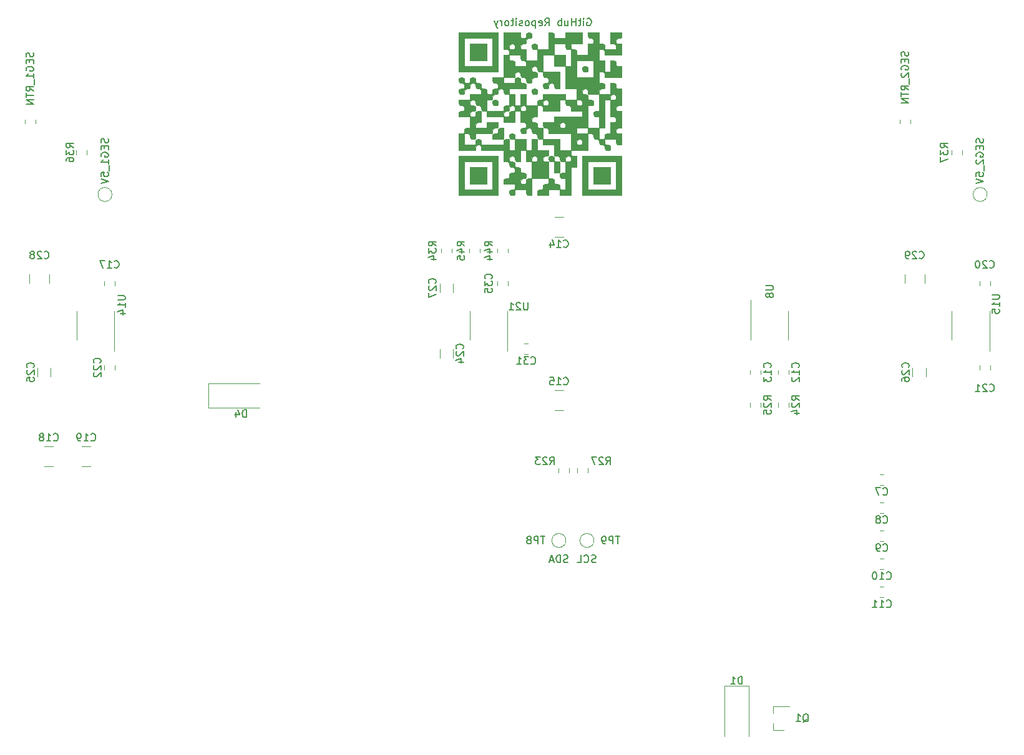
<source format=gbr>
G04 #@! TF.GenerationSoftware,KiCad,Pcbnew,(5.1.5)-3*
G04 #@! TF.CreationDate,2020-02-04T14:54:33-05:00*
G04 #@! TF.ProjectId,PacMan,5061634d-616e-42e6-9b69-6361645f7063,1.2*
G04 #@! TF.SameCoordinates,Original*
G04 #@! TF.FileFunction,Legend,Bot*
G04 #@! TF.FilePolarity,Positive*
%FSLAX46Y46*%
G04 Gerber Fmt 4.6, Leading zero omitted, Abs format (unit mm)*
G04 Created by KiCad (PCBNEW (5.1.5)-3) date 2020-02-04 14:54:33*
%MOMM*%
%LPD*%
G04 APERTURE LIST*
%ADD10C,0.150000*%
%ADD11C,0.010000*%
%ADD12C,0.120000*%
G04 APERTURE END LIST*
D10*
X154312190Y-50427000D02*
X154407428Y-50379380D01*
X154550285Y-50379380D01*
X154693142Y-50427000D01*
X154788380Y-50522238D01*
X154836000Y-50617476D01*
X154883619Y-50807952D01*
X154883619Y-50950809D01*
X154836000Y-51141285D01*
X154788380Y-51236523D01*
X154693142Y-51331761D01*
X154550285Y-51379380D01*
X154455047Y-51379380D01*
X154312190Y-51331761D01*
X154264571Y-51284142D01*
X154264571Y-50950809D01*
X154455047Y-50950809D01*
X153836000Y-51379380D02*
X153836000Y-50712714D01*
X153836000Y-50379380D02*
X153883619Y-50427000D01*
X153836000Y-50474619D01*
X153788380Y-50427000D01*
X153836000Y-50379380D01*
X153836000Y-50474619D01*
X153502666Y-50712714D02*
X153121714Y-50712714D01*
X153359809Y-50379380D02*
X153359809Y-51236523D01*
X153312190Y-51331761D01*
X153216952Y-51379380D01*
X153121714Y-51379380D01*
X152788380Y-51379380D02*
X152788380Y-50379380D01*
X152788380Y-50855571D02*
X152216952Y-50855571D01*
X152216952Y-51379380D02*
X152216952Y-50379380D01*
X151312190Y-50712714D02*
X151312190Y-51379380D01*
X151740761Y-50712714D02*
X151740761Y-51236523D01*
X151693142Y-51331761D01*
X151597904Y-51379380D01*
X151455047Y-51379380D01*
X151359809Y-51331761D01*
X151312190Y-51284142D01*
X150836000Y-51379380D02*
X150836000Y-50379380D01*
X150836000Y-50760333D02*
X150740761Y-50712714D01*
X150550285Y-50712714D01*
X150455047Y-50760333D01*
X150407428Y-50807952D01*
X150359809Y-50903190D01*
X150359809Y-51188904D01*
X150407428Y-51284142D01*
X150455047Y-51331761D01*
X150550285Y-51379380D01*
X150740761Y-51379380D01*
X150836000Y-51331761D01*
X148597904Y-51379380D02*
X148931238Y-50903190D01*
X149169333Y-51379380D02*
X149169333Y-50379380D01*
X148788380Y-50379380D01*
X148693142Y-50427000D01*
X148645523Y-50474619D01*
X148597904Y-50569857D01*
X148597904Y-50712714D01*
X148645523Y-50807952D01*
X148693142Y-50855571D01*
X148788380Y-50903190D01*
X149169333Y-50903190D01*
X147788380Y-51331761D02*
X147883619Y-51379380D01*
X148074095Y-51379380D01*
X148169333Y-51331761D01*
X148216952Y-51236523D01*
X148216952Y-50855571D01*
X148169333Y-50760333D01*
X148074095Y-50712714D01*
X147883619Y-50712714D01*
X147788380Y-50760333D01*
X147740761Y-50855571D01*
X147740761Y-50950809D01*
X148216952Y-51046047D01*
X147312190Y-50712714D02*
X147312190Y-51712714D01*
X147312190Y-50760333D02*
X147216952Y-50712714D01*
X147026476Y-50712714D01*
X146931238Y-50760333D01*
X146883619Y-50807952D01*
X146836000Y-50903190D01*
X146836000Y-51188904D01*
X146883619Y-51284142D01*
X146931238Y-51331761D01*
X147026476Y-51379380D01*
X147216952Y-51379380D01*
X147312190Y-51331761D01*
X146264571Y-51379380D02*
X146359809Y-51331761D01*
X146407428Y-51284142D01*
X146455047Y-51188904D01*
X146455047Y-50903190D01*
X146407428Y-50807952D01*
X146359809Y-50760333D01*
X146264571Y-50712714D01*
X146121714Y-50712714D01*
X146026476Y-50760333D01*
X145978857Y-50807952D01*
X145931238Y-50903190D01*
X145931238Y-51188904D01*
X145978857Y-51284142D01*
X146026476Y-51331761D01*
X146121714Y-51379380D01*
X146264571Y-51379380D01*
X145550285Y-51331761D02*
X145455047Y-51379380D01*
X145264571Y-51379380D01*
X145169333Y-51331761D01*
X145121714Y-51236523D01*
X145121714Y-51188904D01*
X145169333Y-51093666D01*
X145264571Y-51046047D01*
X145407428Y-51046047D01*
X145502666Y-50998428D01*
X145550285Y-50903190D01*
X145550285Y-50855571D01*
X145502666Y-50760333D01*
X145407428Y-50712714D01*
X145264571Y-50712714D01*
X145169333Y-50760333D01*
X144693142Y-51379380D02*
X144693142Y-50712714D01*
X144693142Y-50379380D02*
X144740761Y-50427000D01*
X144693142Y-50474619D01*
X144645523Y-50427000D01*
X144693142Y-50379380D01*
X144693142Y-50474619D01*
X144359809Y-50712714D02*
X143978857Y-50712714D01*
X144216952Y-50379380D02*
X144216952Y-51236523D01*
X144169333Y-51331761D01*
X144074095Y-51379380D01*
X143978857Y-51379380D01*
X143502666Y-51379380D02*
X143597904Y-51331761D01*
X143645523Y-51284142D01*
X143693142Y-51188904D01*
X143693142Y-50903190D01*
X143645523Y-50807952D01*
X143597904Y-50760333D01*
X143502666Y-50712714D01*
X143359809Y-50712714D01*
X143264571Y-50760333D01*
X143216952Y-50807952D01*
X143169333Y-50903190D01*
X143169333Y-51188904D01*
X143216952Y-51284142D01*
X143264571Y-51331761D01*
X143359809Y-51379380D01*
X143502666Y-51379380D01*
X142740761Y-51379380D02*
X142740761Y-50712714D01*
X142740761Y-50903190D02*
X142693142Y-50807952D01*
X142645523Y-50760333D01*
X142550285Y-50712714D01*
X142455047Y-50712714D01*
X142216952Y-50712714D02*
X141978857Y-51379380D01*
X141740761Y-50712714D02*
X141978857Y-51379380D01*
X142074095Y-51617476D01*
X142121714Y-51665095D01*
X142216952Y-51712714D01*
D11*
G36*
X157480000Y-70612000D02*
G01*
X155194000Y-70612000D01*
X155194000Y-72898000D01*
X157480000Y-72898000D01*
X157480000Y-70612000D01*
G37*
X157480000Y-70612000D02*
X155194000Y-70612000D01*
X155194000Y-72898000D01*
X157480000Y-72898000D01*
X157480000Y-70612000D01*
G36*
X140716000Y-70612000D02*
G01*
X138430000Y-70612000D01*
X138430000Y-72898000D01*
X140716000Y-72898000D01*
X140716000Y-70612000D01*
G37*
X140716000Y-70612000D02*
X138430000Y-70612000D01*
X138430000Y-72898000D01*
X140716000Y-72898000D01*
X140716000Y-70612000D01*
G36*
X154320862Y-57626532D02*
G01*
X154420327Y-57478091D01*
X154432000Y-57277000D01*
X154400531Y-57007138D01*
X154252090Y-56907673D01*
X154051000Y-56896000D01*
X153781137Y-56927469D01*
X153681672Y-57075910D01*
X153670000Y-57277000D01*
X153701468Y-57546863D01*
X153849909Y-57646328D01*
X154051000Y-57658000D01*
X154320862Y-57626532D01*
G37*
X154320862Y-57626532D02*
X154420327Y-57478091D01*
X154432000Y-57277000D01*
X154400531Y-57007138D01*
X154252090Y-56907673D01*
X154051000Y-56896000D01*
X153781137Y-56927469D01*
X153681672Y-57075910D01*
X153670000Y-57277000D01*
X153701468Y-57546863D01*
X153849909Y-57646328D01*
X154051000Y-57658000D01*
X154320862Y-57626532D01*
G36*
X150622000Y-69850000D02*
G01*
X150241000Y-69850000D01*
X149971137Y-69818532D01*
X149871672Y-69670091D01*
X149860000Y-69469000D01*
X149828531Y-69199138D01*
X149680090Y-69099673D01*
X149479000Y-69088000D01*
X149209137Y-69119469D01*
X149109672Y-69267910D01*
X149098000Y-69469000D01*
X149129468Y-69738863D01*
X149277909Y-69838328D01*
X149479000Y-69850000D01*
X149860000Y-69850000D01*
X149860000Y-71374000D01*
X150622000Y-71374000D01*
X150622000Y-69850000D01*
G37*
X150622000Y-69850000D02*
X150241000Y-69850000D01*
X149971137Y-69818532D01*
X149871672Y-69670091D01*
X149860000Y-69469000D01*
X149828531Y-69199138D01*
X149680090Y-69099673D01*
X149479000Y-69088000D01*
X149209137Y-69119469D01*
X149109672Y-69267910D01*
X149098000Y-69469000D01*
X149129468Y-69738863D01*
X149277909Y-69838328D01*
X149479000Y-69850000D01*
X149860000Y-69850000D01*
X149860000Y-71374000D01*
X150622000Y-71374000D01*
X150622000Y-69850000D01*
G36*
X144414862Y-66770532D02*
G01*
X144514327Y-66622091D01*
X144526000Y-66421000D01*
X144494531Y-66151138D01*
X144346090Y-66051673D01*
X144145000Y-66040000D01*
X143875137Y-66071469D01*
X143775672Y-66219910D01*
X143764000Y-66421000D01*
X143795468Y-66690863D01*
X143943909Y-66790328D01*
X144145000Y-66802000D01*
X144414862Y-66770532D01*
G37*
X144414862Y-66770532D02*
X144514327Y-66622091D01*
X144526000Y-66421000D01*
X144494531Y-66151138D01*
X144346090Y-66051673D01*
X144145000Y-66040000D01*
X143875137Y-66071469D01*
X143775672Y-66219910D01*
X143764000Y-66421000D01*
X143795468Y-66690863D01*
X143943909Y-66790328D01*
X144145000Y-66802000D01*
X144414862Y-66770532D01*
G36*
X143002000Y-65278000D02*
G01*
X142621000Y-65278000D01*
X142351137Y-65309469D01*
X142251672Y-65457910D01*
X142240000Y-65659000D01*
X142208531Y-65928863D01*
X142060090Y-66028328D01*
X141859000Y-66040000D01*
X141589137Y-66071469D01*
X141489672Y-66219910D01*
X141478000Y-66421000D01*
X141478000Y-66802000D01*
X143002000Y-66802000D01*
X143002000Y-65278000D01*
G37*
X143002000Y-65278000D02*
X142621000Y-65278000D01*
X142351137Y-65309469D01*
X142251672Y-65457910D01*
X142240000Y-65659000D01*
X142208531Y-65928863D01*
X142060090Y-66028328D01*
X141859000Y-66040000D01*
X141589137Y-66071469D01*
X141489672Y-66219910D01*
X141478000Y-66421000D01*
X141478000Y-66802000D01*
X143002000Y-66802000D01*
X143002000Y-65278000D01*
G36*
X142128862Y-62198532D02*
G01*
X142228327Y-62050091D01*
X142240000Y-61849000D01*
X142208531Y-61579138D01*
X142060090Y-61479673D01*
X141859000Y-61468000D01*
X141589137Y-61499469D01*
X141489672Y-61647910D01*
X141478000Y-61849000D01*
X141509468Y-62118863D01*
X141657909Y-62218328D01*
X141859000Y-62230000D01*
X142128862Y-62198532D01*
G37*
X142128862Y-62198532D02*
X142228327Y-62050091D01*
X142240000Y-61849000D01*
X142208531Y-61579138D01*
X142060090Y-61479673D01*
X141859000Y-61468000D01*
X141589137Y-61499469D01*
X141489672Y-61647910D01*
X141478000Y-61849000D01*
X141509468Y-62118863D01*
X141657909Y-62218328D01*
X141859000Y-62230000D01*
X142128862Y-62198532D01*
G36*
X146050000Y-62230000D02*
G01*
X146050000Y-60706000D01*
X145288000Y-60706000D01*
X145288000Y-62230000D01*
X144526000Y-62230000D01*
X144526000Y-60706000D01*
X143764000Y-60706000D01*
X143764000Y-62230000D01*
X143383000Y-62230000D01*
X143113137Y-62261469D01*
X143013672Y-62409910D01*
X143002000Y-62611000D01*
X143002000Y-62992000D01*
X140716000Y-62992000D01*
X140716000Y-63373000D01*
X143002000Y-63373000D01*
X143033468Y-63103138D01*
X143181909Y-63003673D01*
X143383000Y-62992000D01*
X143652862Y-62960532D01*
X143752327Y-62812091D01*
X143764000Y-62611000D01*
X143795468Y-62341138D01*
X143943909Y-62241673D01*
X144145000Y-62230000D01*
X144414862Y-62261469D01*
X144514327Y-62409910D01*
X144526000Y-62611000D01*
X145288000Y-62611000D01*
X145319468Y-62341138D01*
X145467909Y-62241673D01*
X145669000Y-62230000D01*
X145938862Y-62261469D01*
X146038327Y-62409910D01*
X146050000Y-62611000D01*
X146018531Y-62880863D01*
X145870090Y-62980328D01*
X145669000Y-62992000D01*
X145399137Y-62960532D01*
X145299672Y-62812091D01*
X145288000Y-62611000D01*
X144526000Y-62611000D01*
X144494531Y-62880863D01*
X144346090Y-62980328D01*
X144145000Y-62992000D01*
X143875137Y-63023469D01*
X143775672Y-63171910D01*
X143764000Y-63373000D01*
X143732531Y-63642863D01*
X143584090Y-63742328D01*
X143383000Y-63754000D01*
X143113137Y-63722532D01*
X143013672Y-63574091D01*
X143002000Y-63373000D01*
X140716000Y-63373000D01*
X140716000Y-63754000D01*
X143002000Y-63754000D01*
X143002000Y-64516000D01*
X144526000Y-64516000D01*
X144526000Y-62992000D01*
X145288000Y-62992000D01*
X145288000Y-64516000D01*
X145669000Y-64516000D01*
X145938862Y-64547469D01*
X146038327Y-64695910D01*
X146050000Y-64897000D01*
X146018531Y-65166863D01*
X145870090Y-65266328D01*
X145669000Y-65278000D01*
X145399137Y-65309469D01*
X145299672Y-65457910D01*
X145288000Y-65659000D01*
X145319468Y-65928863D01*
X145467909Y-66028328D01*
X145669000Y-66040000D01*
X145938862Y-66008532D01*
X146038327Y-65860091D01*
X146050000Y-65659000D01*
X146081468Y-65389138D01*
X146229909Y-65289673D01*
X146431000Y-65278000D01*
X146700862Y-65309469D01*
X146800327Y-65457910D01*
X146812000Y-65659000D01*
X146843468Y-65928863D01*
X146991909Y-66028328D01*
X147193000Y-66040000D01*
X147462862Y-66071469D01*
X147562327Y-66219910D01*
X147574000Y-66421000D01*
X147605468Y-66690863D01*
X147753909Y-66790328D01*
X147955000Y-66802000D01*
X148336000Y-66802000D01*
X148336000Y-65278000D01*
X147955000Y-65278000D01*
X147685137Y-65246532D01*
X147585672Y-65098091D01*
X147574000Y-64897000D01*
X147542531Y-64627138D01*
X147394090Y-64527673D01*
X147193000Y-64516000D01*
X146923137Y-64484532D01*
X146823672Y-64336091D01*
X146812000Y-64135000D01*
X146843468Y-63865138D01*
X146991909Y-63765673D01*
X147193000Y-63754000D01*
X147574000Y-63754000D01*
X147574000Y-62230000D01*
X146050000Y-62230000D01*
G37*
X146050000Y-62230000D02*
X146050000Y-60706000D01*
X145288000Y-60706000D01*
X145288000Y-62230000D01*
X144526000Y-62230000D01*
X144526000Y-60706000D01*
X143764000Y-60706000D01*
X143764000Y-62230000D01*
X143383000Y-62230000D01*
X143113137Y-62261469D01*
X143013672Y-62409910D01*
X143002000Y-62611000D01*
X143002000Y-62992000D01*
X140716000Y-62992000D01*
X140716000Y-63373000D01*
X143002000Y-63373000D01*
X143033468Y-63103138D01*
X143181909Y-63003673D01*
X143383000Y-62992000D01*
X143652862Y-62960532D01*
X143752327Y-62812091D01*
X143764000Y-62611000D01*
X143795468Y-62341138D01*
X143943909Y-62241673D01*
X144145000Y-62230000D01*
X144414862Y-62261469D01*
X144514327Y-62409910D01*
X144526000Y-62611000D01*
X145288000Y-62611000D01*
X145319468Y-62341138D01*
X145467909Y-62241673D01*
X145669000Y-62230000D01*
X145938862Y-62261469D01*
X146038327Y-62409910D01*
X146050000Y-62611000D01*
X146018531Y-62880863D01*
X145870090Y-62980328D01*
X145669000Y-62992000D01*
X145399137Y-62960532D01*
X145299672Y-62812091D01*
X145288000Y-62611000D01*
X144526000Y-62611000D01*
X144494531Y-62880863D01*
X144346090Y-62980328D01*
X144145000Y-62992000D01*
X143875137Y-63023469D01*
X143775672Y-63171910D01*
X143764000Y-63373000D01*
X143732531Y-63642863D01*
X143584090Y-63742328D01*
X143383000Y-63754000D01*
X143113137Y-63722532D01*
X143013672Y-63574091D01*
X143002000Y-63373000D01*
X140716000Y-63373000D01*
X140716000Y-63754000D01*
X143002000Y-63754000D01*
X143002000Y-64516000D01*
X144526000Y-64516000D01*
X144526000Y-62992000D01*
X145288000Y-62992000D01*
X145288000Y-64516000D01*
X145669000Y-64516000D01*
X145938862Y-64547469D01*
X146038327Y-64695910D01*
X146050000Y-64897000D01*
X146018531Y-65166863D01*
X145870090Y-65266328D01*
X145669000Y-65278000D01*
X145399137Y-65309469D01*
X145299672Y-65457910D01*
X145288000Y-65659000D01*
X145319468Y-65928863D01*
X145467909Y-66028328D01*
X145669000Y-66040000D01*
X145938862Y-66008532D01*
X146038327Y-65860091D01*
X146050000Y-65659000D01*
X146081468Y-65389138D01*
X146229909Y-65289673D01*
X146431000Y-65278000D01*
X146700862Y-65309469D01*
X146800327Y-65457910D01*
X146812000Y-65659000D01*
X146843468Y-65928863D01*
X146991909Y-66028328D01*
X147193000Y-66040000D01*
X147462862Y-66071469D01*
X147562327Y-66219910D01*
X147574000Y-66421000D01*
X147605468Y-66690863D01*
X147753909Y-66790328D01*
X147955000Y-66802000D01*
X148336000Y-66802000D01*
X148336000Y-65278000D01*
X147955000Y-65278000D01*
X147685137Y-65246532D01*
X147585672Y-65098091D01*
X147574000Y-64897000D01*
X147542531Y-64627138D01*
X147394090Y-64527673D01*
X147193000Y-64516000D01*
X146923137Y-64484532D01*
X146823672Y-64336091D01*
X146812000Y-64135000D01*
X146843468Y-63865138D01*
X146991909Y-63765673D01*
X147193000Y-63754000D01*
X147574000Y-63754000D01*
X147574000Y-62230000D01*
X146050000Y-62230000D01*
G36*
X147955000Y-62230000D02*
G01*
X148224862Y-62261469D01*
X148324327Y-62409910D01*
X148336000Y-62611000D01*
X148336000Y-62992000D01*
X150622000Y-62992000D01*
X150622000Y-61468000D01*
X151003000Y-61468000D01*
X151272862Y-61436532D01*
X151372327Y-61288091D01*
X151384000Y-61087000D01*
X151384000Y-60706000D01*
X148336000Y-60706000D01*
X148336000Y-61087000D01*
X148304531Y-61356863D01*
X148156090Y-61456328D01*
X147955000Y-61468000D01*
X147685137Y-61499469D01*
X147585672Y-61647910D01*
X147574000Y-61849000D01*
X148336000Y-61849000D01*
X148367468Y-61579138D01*
X148515909Y-61479673D01*
X148717000Y-61468000D01*
X148986862Y-61499469D01*
X149086327Y-61647910D01*
X149098000Y-61849000D01*
X149066531Y-62118863D01*
X148918090Y-62218328D01*
X148717000Y-62230000D01*
X148447137Y-62198532D01*
X148347672Y-62050091D01*
X148336000Y-61849000D01*
X147574000Y-61849000D01*
X147574000Y-62230000D01*
X147955000Y-62230000D01*
G37*
X147955000Y-62230000D02*
X148224862Y-62261469D01*
X148324327Y-62409910D01*
X148336000Y-62611000D01*
X148336000Y-62992000D01*
X150622000Y-62992000D01*
X150622000Y-61468000D01*
X151003000Y-61468000D01*
X151272862Y-61436532D01*
X151372327Y-61288091D01*
X151384000Y-61087000D01*
X151384000Y-60706000D01*
X148336000Y-60706000D01*
X148336000Y-61087000D01*
X148304531Y-61356863D01*
X148156090Y-61456328D01*
X147955000Y-61468000D01*
X147685137Y-61499469D01*
X147585672Y-61647910D01*
X147574000Y-61849000D01*
X148336000Y-61849000D01*
X148367468Y-61579138D01*
X148515909Y-61479673D01*
X148717000Y-61468000D01*
X148986862Y-61499469D01*
X149086327Y-61647910D01*
X149098000Y-61849000D01*
X149066531Y-62118863D01*
X148918090Y-62218328D01*
X148717000Y-62230000D01*
X148447137Y-62198532D01*
X148347672Y-62050091D01*
X148336000Y-61849000D01*
X147574000Y-61849000D01*
X147574000Y-62230000D01*
X147955000Y-62230000D01*
G36*
X147462862Y-60674532D02*
G01*
X147562327Y-60526091D01*
X147574000Y-60325000D01*
X147542531Y-60055138D01*
X147394090Y-59955673D01*
X147193000Y-59944000D01*
X146923137Y-59975469D01*
X146823672Y-60123910D01*
X146812000Y-60325000D01*
X146843468Y-60594863D01*
X146991909Y-60694328D01*
X147193000Y-60706000D01*
X147462862Y-60674532D01*
G37*
X147462862Y-60674532D02*
X147562327Y-60526091D01*
X147574000Y-60325000D01*
X147542531Y-60055138D01*
X147394090Y-59955673D01*
X147193000Y-59944000D01*
X146923137Y-59975469D01*
X146823672Y-60123910D01*
X146812000Y-60325000D01*
X146843468Y-60594863D01*
X146991909Y-60694328D01*
X147193000Y-60706000D01*
X147462862Y-60674532D01*
G36*
X150622000Y-57658000D02*
G01*
X148336000Y-57658000D01*
X148336000Y-58039000D01*
X148367468Y-58308863D01*
X148515909Y-58408328D01*
X148717000Y-58420000D01*
X148986862Y-58451469D01*
X149086327Y-58599910D01*
X149098000Y-58801000D01*
X149066531Y-59070863D01*
X148918090Y-59170328D01*
X148717000Y-59182000D01*
X148447137Y-59213469D01*
X148347672Y-59361910D01*
X148336000Y-59563000D01*
X148367468Y-59832863D01*
X148515909Y-59932328D01*
X148717000Y-59944000D01*
X148986862Y-59912532D01*
X149086327Y-59764091D01*
X149098000Y-59563000D01*
X149129468Y-59293138D01*
X149277909Y-59193673D01*
X149479000Y-59182000D01*
X149748862Y-59213469D01*
X149848327Y-59361910D01*
X149860000Y-59563000D01*
X149891468Y-59832863D01*
X150039909Y-59932328D01*
X150241000Y-59944000D01*
X150622000Y-59944000D01*
X150622000Y-57658000D01*
G37*
X150622000Y-57658000D02*
X148336000Y-57658000D01*
X148336000Y-58039000D01*
X148367468Y-58308863D01*
X148515909Y-58408328D01*
X148717000Y-58420000D01*
X148986862Y-58451469D01*
X149086327Y-58599910D01*
X149098000Y-58801000D01*
X149066531Y-59070863D01*
X148918090Y-59170328D01*
X148717000Y-59182000D01*
X148447137Y-59213469D01*
X148347672Y-59361910D01*
X148336000Y-59563000D01*
X148367468Y-59832863D01*
X148515909Y-59932328D01*
X148717000Y-59944000D01*
X148986862Y-59912532D01*
X149086327Y-59764091D01*
X149098000Y-59563000D01*
X149129468Y-59293138D01*
X149277909Y-59193673D01*
X149479000Y-59182000D01*
X149748862Y-59213469D01*
X149848327Y-59361910D01*
X149860000Y-59563000D01*
X149891468Y-59832863D01*
X150039909Y-59932328D01*
X150241000Y-59944000D01*
X150622000Y-59944000D01*
X150622000Y-57658000D01*
G36*
X151384000Y-55372000D02*
G01*
X149860000Y-55372000D01*
X149860000Y-56896000D01*
X151384000Y-56896000D01*
X151384000Y-55372000D01*
G37*
X151384000Y-55372000D02*
X149860000Y-55372000D01*
X149860000Y-56896000D01*
X151384000Y-56896000D01*
X151384000Y-55372000D01*
G36*
X140716000Y-53848000D02*
G01*
X138430000Y-53848000D01*
X138430000Y-56134000D01*
X140716000Y-56134000D01*
X140716000Y-53848000D01*
G37*
X140716000Y-53848000D02*
X138430000Y-53848000D01*
X138430000Y-56134000D01*
X140716000Y-56134000D01*
X140716000Y-53848000D01*
G36*
X159004000Y-69088000D02*
G01*
X153670000Y-69088000D01*
X153670000Y-73660000D01*
X154432000Y-73660000D01*
X154432000Y-69850000D01*
X158242000Y-69850000D01*
X158242000Y-73660000D01*
X154432000Y-73660000D01*
X153670000Y-73660000D01*
X153670000Y-74422000D01*
X159004000Y-74422000D01*
X159004000Y-69088000D01*
G37*
X159004000Y-69088000D02*
X153670000Y-69088000D01*
X153670000Y-73660000D01*
X154432000Y-73660000D01*
X154432000Y-69850000D01*
X158242000Y-69850000D01*
X158242000Y-73660000D01*
X154432000Y-73660000D01*
X153670000Y-73660000D01*
X153670000Y-74422000D01*
X159004000Y-74422000D01*
X159004000Y-69088000D01*
G36*
X142240000Y-69088000D02*
G01*
X136906000Y-69088000D01*
X136906000Y-73660000D01*
X137668000Y-73660000D01*
X137668000Y-69850000D01*
X141478000Y-69850000D01*
X141478000Y-73660000D01*
X137668000Y-73660000D01*
X136906000Y-73660000D01*
X136906000Y-74422000D01*
X142240000Y-74422000D01*
X142240000Y-69088000D01*
G37*
X142240000Y-69088000D02*
X136906000Y-69088000D01*
X136906000Y-73660000D01*
X137668000Y-73660000D01*
X137668000Y-69850000D01*
X141478000Y-69850000D01*
X141478000Y-73660000D01*
X137668000Y-73660000D01*
X136906000Y-73660000D01*
X136906000Y-74422000D01*
X142240000Y-74422000D01*
X142240000Y-69088000D01*
G36*
X149098000Y-69850000D02*
G01*
X148717000Y-69850000D01*
X148447137Y-69818532D01*
X148347672Y-69670091D01*
X148336000Y-69469000D01*
X148367468Y-69199138D01*
X148515909Y-69099673D01*
X148717000Y-69088000D01*
X148986862Y-69056532D01*
X149086327Y-68908091D01*
X149098000Y-68707000D01*
X149098000Y-68326000D01*
X147574000Y-68326000D01*
X147574000Y-66802000D01*
X146812000Y-66802000D01*
X146812000Y-68326000D01*
X146050000Y-68326000D01*
X146050000Y-66802000D01*
X144526000Y-66802000D01*
X144526000Y-68326000D01*
X143764000Y-68326000D01*
X143764000Y-66802000D01*
X143383000Y-66802000D01*
X143113137Y-66833469D01*
X143013672Y-66981910D01*
X143002000Y-67183000D01*
X143002000Y-67564000D01*
X139954000Y-67564000D01*
X139954000Y-67183000D01*
X139922531Y-66913138D01*
X139774090Y-66813673D01*
X139573000Y-66802000D01*
X139303137Y-66833469D01*
X139203672Y-66981910D01*
X139192000Y-67183000D01*
X139192000Y-67564000D01*
X137668000Y-67564000D01*
X137668000Y-66040000D01*
X138049000Y-66040000D01*
X138318862Y-66071469D01*
X138418327Y-66219910D01*
X138430000Y-66421000D01*
X138461468Y-66690863D01*
X138609909Y-66790328D01*
X138811000Y-66802000D01*
X139080862Y-66770532D01*
X139180327Y-66622091D01*
X139192000Y-66421000D01*
X139192000Y-66040000D01*
X141478000Y-66040000D01*
X141478000Y-65659000D01*
X141509468Y-65389138D01*
X141657909Y-65289673D01*
X141859000Y-65278000D01*
X142128862Y-65246532D01*
X142228327Y-65098091D01*
X142240000Y-64897000D01*
X142240000Y-64516000D01*
X140716000Y-64516000D01*
X140716000Y-65278000D01*
X139192000Y-65278000D01*
X139192000Y-64897000D01*
X139223468Y-64627138D01*
X139371909Y-64527673D01*
X139573000Y-64516000D01*
X139954000Y-64516000D01*
X139954000Y-62992000D01*
X139573000Y-62992000D01*
X139303137Y-63023469D01*
X139203672Y-63171910D01*
X139192000Y-63373000D01*
X139160531Y-63642863D01*
X139012090Y-63742328D01*
X138811000Y-63754000D01*
X138541137Y-63722532D01*
X138441672Y-63574091D01*
X138430000Y-63373000D01*
X138461468Y-63103138D01*
X138609909Y-63003673D01*
X138811000Y-62992000D01*
X139080862Y-62960532D01*
X139180327Y-62812091D01*
X139192000Y-62611000D01*
X139160531Y-62341138D01*
X139012090Y-62241673D01*
X138811000Y-62230000D01*
X138541137Y-62198532D01*
X138441672Y-62050091D01*
X138430000Y-61849000D01*
X138461468Y-61579138D01*
X138609909Y-61479673D01*
X138811000Y-61468000D01*
X139080862Y-61499469D01*
X139180327Y-61647910D01*
X139192000Y-61849000D01*
X139223468Y-62118863D01*
X139371909Y-62218328D01*
X139573000Y-62230000D01*
X139842862Y-62261469D01*
X139942327Y-62409910D01*
X139954000Y-62611000D01*
X139985468Y-62880863D01*
X140133909Y-62980328D01*
X140335000Y-62992000D01*
X140716000Y-62992000D01*
X140716000Y-61468000D01*
X141097000Y-61468000D01*
X141366862Y-61436532D01*
X141466327Y-61288091D01*
X141478000Y-61087000D01*
X141509468Y-60817138D01*
X141657909Y-60717673D01*
X141859000Y-60706000D01*
X142128862Y-60674532D01*
X142228327Y-60526091D01*
X142240000Y-60325000D01*
X142271468Y-60055138D01*
X142419909Y-59955673D01*
X142621000Y-59944000D01*
X142890862Y-59975469D01*
X142990327Y-60123910D01*
X143002000Y-60325000D01*
X143033468Y-60594863D01*
X143181909Y-60694328D01*
X143383000Y-60706000D01*
X143652862Y-60674532D01*
X143752327Y-60526091D01*
X143764000Y-60325000D01*
X143764000Y-59944000D01*
X146050000Y-59944000D01*
X146050000Y-59563000D01*
X146018531Y-59293138D01*
X145870090Y-59193673D01*
X145669000Y-59182000D01*
X145399137Y-59150532D01*
X145299672Y-59002091D01*
X145288000Y-58801000D01*
X145256531Y-58531138D01*
X145108090Y-58431673D01*
X144907000Y-58420000D01*
X144637137Y-58451469D01*
X144537672Y-58599910D01*
X144526000Y-58801000D01*
X144526000Y-59182000D01*
X143002000Y-59182000D01*
X143002000Y-58420000D01*
X141478000Y-58420000D01*
X141478000Y-58801000D01*
X141509468Y-59070863D01*
X141657909Y-59170328D01*
X141859000Y-59182000D01*
X142128862Y-59213469D01*
X142228327Y-59361910D01*
X142240000Y-59563000D01*
X142208531Y-59832863D01*
X142060090Y-59932328D01*
X141859000Y-59944000D01*
X141589137Y-59975469D01*
X141489672Y-60123910D01*
X141478000Y-60325000D01*
X141446531Y-60594863D01*
X141298090Y-60694328D01*
X141097000Y-60706000D01*
X140827137Y-60674532D01*
X140727672Y-60526091D01*
X140716000Y-60325000D01*
X140684531Y-60055138D01*
X140536090Y-59955673D01*
X140335000Y-59944000D01*
X140065137Y-59912532D01*
X139965672Y-59764091D01*
X139954000Y-59563000D01*
X139922531Y-59293138D01*
X139774090Y-59193673D01*
X139573000Y-59182000D01*
X139303137Y-59150532D01*
X139203672Y-59002091D01*
X139192000Y-58801000D01*
X139160531Y-58531138D01*
X139012090Y-58431673D01*
X138811000Y-58420000D01*
X138541137Y-58451469D01*
X138441672Y-58599910D01*
X138430000Y-58801000D01*
X138398531Y-59070863D01*
X138250090Y-59170328D01*
X138049000Y-59182000D01*
X137779137Y-59150532D01*
X137679672Y-59002091D01*
X137668000Y-58801000D01*
X137636531Y-58531138D01*
X137488090Y-58431673D01*
X137287000Y-58420000D01*
X137017137Y-58451469D01*
X136917672Y-58599910D01*
X136906000Y-58801000D01*
X136937468Y-59070863D01*
X137085909Y-59170328D01*
X137287000Y-59182000D01*
X137556862Y-59213469D01*
X137656327Y-59361910D01*
X137668000Y-59563000D01*
X137636531Y-59832863D01*
X137488090Y-59932328D01*
X137287000Y-59944000D01*
X137017137Y-59975469D01*
X136917672Y-60123910D01*
X136906000Y-60325000D01*
X136937468Y-60594863D01*
X137085909Y-60694328D01*
X137287000Y-60706000D01*
X137556862Y-60674532D01*
X137656327Y-60526091D01*
X137668000Y-60325000D01*
X137699468Y-60055138D01*
X137847909Y-59955673D01*
X138049000Y-59944000D01*
X138318862Y-59912532D01*
X138418327Y-59764091D01*
X138430000Y-59563000D01*
X138461468Y-59293138D01*
X138609909Y-59193673D01*
X138811000Y-59182000D01*
X139080862Y-59213469D01*
X139180327Y-59361910D01*
X139192000Y-59563000D01*
X139223468Y-59832863D01*
X139371909Y-59932328D01*
X139573000Y-59944000D01*
X139842862Y-59975469D01*
X139942327Y-60123910D01*
X139954000Y-60325000D01*
X139954000Y-60706000D01*
X138430000Y-60706000D01*
X138430000Y-61468000D01*
X136906000Y-61468000D01*
X136906000Y-61849000D01*
X136937468Y-62118863D01*
X137085909Y-62218328D01*
X137287000Y-62230000D01*
X137556862Y-62261469D01*
X137656327Y-62409910D01*
X137668000Y-62611000D01*
X137636531Y-62880863D01*
X137488090Y-62980328D01*
X137287000Y-62992000D01*
X137017137Y-63023469D01*
X136917672Y-63171910D01*
X136906000Y-63373000D01*
X136906000Y-63754000D01*
X138430000Y-63754000D01*
X138430000Y-65278000D01*
X138049000Y-65278000D01*
X137779137Y-65309469D01*
X137679672Y-65457910D01*
X137668000Y-65659000D01*
X137636531Y-65928863D01*
X137488090Y-66028328D01*
X137287000Y-66040000D01*
X136906000Y-66040000D01*
X136906000Y-68326000D01*
X139192000Y-68326000D01*
X139192000Y-67945000D01*
X139223468Y-67675138D01*
X139371909Y-67575673D01*
X139573000Y-67564000D01*
X139842862Y-67595469D01*
X139942327Y-67743910D01*
X139954000Y-67945000D01*
X139954000Y-68326000D01*
X143002000Y-68326000D01*
X143002000Y-69469000D01*
X143764000Y-69469000D01*
X143795468Y-69199138D01*
X143943909Y-69099673D01*
X144145000Y-69088000D01*
X144414862Y-69119469D01*
X144514327Y-69267910D01*
X144526000Y-69469000D01*
X144557468Y-69738863D01*
X144705909Y-69838328D01*
X144907000Y-69850000D01*
X145288000Y-69850000D01*
X145288000Y-68326000D01*
X146050000Y-68326000D01*
X146050000Y-69850000D01*
X146431000Y-69850000D01*
X146700862Y-69818532D01*
X146800327Y-69670091D01*
X146812000Y-69469000D01*
X146843468Y-69199138D01*
X146991909Y-69099673D01*
X147193000Y-69088000D01*
X147462862Y-69119469D01*
X147562327Y-69267910D01*
X147574000Y-69469000D01*
X147542531Y-69738863D01*
X147394090Y-69838328D01*
X147193000Y-69850000D01*
X146812000Y-69850000D01*
X146812000Y-72136000D01*
X146431000Y-72136000D01*
X146161137Y-72167469D01*
X146061672Y-72315910D01*
X146050000Y-72517000D01*
X146018531Y-72786863D01*
X145870090Y-72886328D01*
X145669000Y-72898000D01*
X145399137Y-72866532D01*
X145299672Y-72718091D01*
X145288000Y-72517000D01*
X145319468Y-72247138D01*
X145467909Y-72147673D01*
X145669000Y-72136000D01*
X145938862Y-72104532D01*
X146038327Y-71956091D01*
X146050000Y-71755000D01*
X146018531Y-71485138D01*
X145870090Y-71385673D01*
X145669000Y-71374000D01*
X145399137Y-71342532D01*
X145299672Y-71194091D01*
X145288000Y-70993000D01*
X145256531Y-70723138D01*
X145108090Y-70623673D01*
X144907000Y-70612000D01*
X144637137Y-70580532D01*
X144537672Y-70432091D01*
X144526000Y-70231000D01*
X144494531Y-69961138D01*
X144346090Y-69861673D01*
X144145000Y-69850000D01*
X143875137Y-69818532D01*
X143775672Y-69670091D01*
X143764000Y-69469000D01*
X143002000Y-69469000D01*
X143002000Y-69850000D01*
X143383000Y-69850000D01*
X143652862Y-69881469D01*
X143752327Y-70029910D01*
X143764000Y-70231000D01*
X143795468Y-70500863D01*
X143943909Y-70600328D01*
X144145000Y-70612000D01*
X144414862Y-70643469D01*
X144514327Y-70791910D01*
X144526000Y-70993000D01*
X144494531Y-71262863D01*
X144346090Y-71362328D01*
X144145000Y-71374000D01*
X143875137Y-71405469D01*
X143775672Y-71553910D01*
X143764000Y-71755000D01*
X143732531Y-72024863D01*
X143584090Y-72124328D01*
X143383000Y-72136000D01*
X143113137Y-72167469D01*
X143013672Y-72315910D01*
X143002000Y-72517000D01*
X143002000Y-72898000D01*
X144526000Y-72898000D01*
X144526000Y-73279000D01*
X144494531Y-73548863D01*
X144346090Y-73648328D01*
X144145000Y-73660000D01*
X143875137Y-73691469D01*
X143775672Y-73839910D01*
X143764000Y-74041000D01*
X143795468Y-74310863D01*
X143943909Y-74410328D01*
X144145000Y-74422000D01*
X144414862Y-74390532D01*
X144514327Y-74242091D01*
X144526000Y-74041000D01*
X144526000Y-73660000D01*
X146050000Y-73660000D01*
X146050000Y-74041000D01*
X146081468Y-74310863D01*
X146229909Y-74410328D01*
X146431000Y-74422000D01*
X146812000Y-74422000D01*
X146812000Y-72136000D01*
X149098000Y-72136000D01*
X149098000Y-69850000D01*
G37*
X149098000Y-69850000D02*
X148717000Y-69850000D01*
X148447137Y-69818532D01*
X148347672Y-69670091D01*
X148336000Y-69469000D01*
X148367468Y-69199138D01*
X148515909Y-69099673D01*
X148717000Y-69088000D01*
X148986862Y-69056532D01*
X149086327Y-68908091D01*
X149098000Y-68707000D01*
X149098000Y-68326000D01*
X147574000Y-68326000D01*
X147574000Y-66802000D01*
X146812000Y-66802000D01*
X146812000Y-68326000D01*
X146050000Y-68326000D01*
X146050000Y-66802000D01*
X144526000Y-66802000D01*
X144526000Y-68326000D01*
X143764000Y-68326000D01*
X143764000Y-66802000D01*
X143383000Y-66802000D01*
X143113137Y-66833469D01*
X143013672Y-66981910D01*
X143002000Y-67183000D01*
X143002000Y-67564000D01*
X139954000Y-67564000D01*
X139954000Y-67183000D01*
X139922531Y-66913138D01*
X139774090Y-66813673D01*
X139573000Y-66802000D01*
X139303137Y-66833469D01*
X139203672Y-66981910D01*
X139192000Y-67183000D01*
X139192000Y-67564000D01*
X137668000Y-67564000D01*
X137668000Y-66040000D01*
X138049000Y-66040000D01*
X138318862Y-66071469D01*
X138418327Y-66219910D01*
X138430000Y-66421000D01*
X138461468Y-66690863D01*
X138609909Y-66790328D01*
X138811000Y-66802000D01*
X139080862Y-66770532D01*
X139180327Y-66622091D01*
X139192000Y-66421000D01*
X139192000Y-66040000D01*
X141478000Y-66040000D01*
X141478000Y-65659000D01*
X141509468Y-65389138D01*
X141657909Y-65289673D01*
X141859000Y-65278000D01*
X142128862Y-65246532D01*
X142228327Y-65098091D01*
X142240000Y-64897000D01*
X142240000Y-64516000D01*
X140716000Y-64516000D01*
X140716000Y-65278000D01*
X139192000Y-65278000D01*
X139192000Y-64897000D01*
X139223468Y-64627138D01*
X139371909Y-64527673D01*
X139573000Y-64516000D01*
X139954000Y-64516000D01*
X139954000Y-62992000D01*
X139573000Y-62992000D01*
X139303137Y-63023469D01*
X139203672Y-63171910D01*
X139192000Y-63373000D01*
X139160531Y-63642863D01*
X139012090Y-63742328D01*
X138811000Y-63754000D01*
X138541137Y-63722532D01*
X138441672Y-63574091D01*
X138430000Y-63373000D01*
X138461468Y-63103138D01*
X138609909Y-63003673D01*
X138811000Y-62992000D01*
X139080862Y-62960532D01*
X139180327Y-62812091D01*
X139192000Y-62611000D01*
X139160531Y-62341138D01*
X139012090Y-62241673D01*
X138811000Y-62230000D01*
X138541137Y-62198532D01*
X138441672Y-62050091D01*
X138430000Y-61849000D01*
X138461468Y-61579138D01*
X138609909Y-61479673D01*
X138811000Y-61468000D01*
X139080862Y-61499469D01*
X139180327Y-61647910D01*
X139192000Y-61849000D01*
X139223468Y-62118863D01*
X139371909Y-62218328D01*
X139573000Y-62230000D01*
X139842862Y-62261469D01*
X139942327Y-62409910D01*
X139954000Y-62611000D01*
X139985468Y-62880863D01*
X140133909Y-62980328D01*
X140335000Y-62992000D01*
X140716000Y-62992000D01*
X140716000Y-61468000D01*
X141097000Y-61468000D01*
X141366862Y-61436532D01*
X141466327Y-61288091D01*
X141478000Y-61087000D01*
X141509468Y-60817138D01*
X141657909Y-60717673D01*
X141859000Y-60706000D01*
X142128862Y-60674532D01*
X142228327Y-60526091D01*
X142240000Y-60325000D01*
X142271468Y-60055138D01*
X142419909Y-59955673D01*
X142621000Y-59944000D01*
X142890862Y-59975469D01*
X142990327Y-60123910D01*
X143002000Y-60325000D01*
X143033468Y-60594863D01*
X143181909Y-60694328D01*
X143383000Y-60706000D01*
X143652862Y-60674532D01*
X143752327Y-60526091D01*
X143764000Y-60325000D01*
X143764000Y-59944000D01*
X146050000Y-59944000D01*
X146050000Y-59563000D01*
X146018531Y-59293138D01*
X145870090Y-59193673D01*
X145669000Y-59182000D01*
X145399137Y-59150532D01*
X145299672Y-59002091D01*
X145288000Y-58801000D01*
X145256531Y-58531138D01*
X145108090Y-58431673D01*
X144907000Y-58420000D01*
X144637137Y-58451469D01*
X144537672Y-58599910D01*
X144526000Y-58801000D01*
X144526000Y-59182000D01*
X143002000Y-59182000D01*
X143002000Y-58420000D01*
X141478000Y-58420000D01*
X141478000Y-58801000D01*
X141509468Y-59070863D01*
X141657909Y-59170328D01*
X141859000Y-59182000D01*
X142128862Y-59213469D01*
X142228327Y-59361910D01*
X142240000Y-59563000D01*
X142208531Y-59832863D01*
X142060090Y-59932328D01*
X141859000Y-59944000D01*
X141589137Y-59975469D01*
X141489672Y-60123910D01*
X141478000Y-60325000D01*
X141446531Y-60594863D01*
X141298090Y-60694328D01*
X141097000Y-60706000D01*
X140827137Y-60674532D01*
X140727672Y-60526091D01*
X140716000Y-60325000D01*
X140684531Y-60055138D01*
X140536090Y-59955673D01*
X140335000Y-59944000D01*
X140065137Y-59912532D01*
X139965672Y-59764091D01*
X139954000Y-59563000D01*
X139922531Y-59293138D01*
X139774090Y-59193673D01*
X139573000Y-59182000D01*
X139303137Y-59150532D01*
X139203672Y-59002091D01*
X139192000Y-58801000D01*
X139160531Y-58531138D01*
X139012090Y-58431673D01*
X138811000Y-58420000D01*
X138541137Y-58451469D01*
X138441672Y-58599910D01*
X138430000Y-58801000D01*
X138398531Y-59070863D01*
X138250090Y-59170328D01*
X138049000Y-59182000D01*
X137779137Y-59150532D01*
X137679672Y-59002091D01*
X137668000Y-58801000D01*
X137636531Y-58531138D01*
X137488090Y-58431673D01*
X137287000Y-58420000D01*
X137017137Y-58451469D01*
X136917672Y-58599910D01*
X136906000Y-58801000D01*
X136937468Y-59070863D01*
X137085909Y-59170328D01*
X137287000Y-59182000D01*
X137556862Y-59213469D01*
X137656327Y-59361910D01*
X137668000Y-59563000D01*
X137636531Y-59832863D01*
X137488090Y-59932328D01*
X137287000Y-59944000D01*
X137017137Y-59975469D01*
X136917672Y-60123910D01*
X136906000Y-60325000D01*
X136937468Y-60594863D01*
X137085909Y-60694328D01*
X137287000Y-60706000D01*
X137556862Y-60674532D01*
X137656327Y-60526091D01*
X137668000Y-60325000D01*
X137699468Y-60055138D01*
X137847909Y-59955673D01*
X138049000Y-59944000D01*
X138318862Y-59912532D01*
X138418327Y-59764091D01*
X138430000Y-59563000D01*
X138461468Y-59293138D01*
X138609909Y-59193673D01*
X138811000Y-59182000D01*
X139080862Y-59213469D01*
X139180327Y-59361910D01*
X139192000Y-59563000D01*
X139223468Y-59832863D01*
X139371909Y-59932328D01*
X139573000Y-59944000D01*
X139842862Y-59975469D01*
X139942327Y-60123910D01*
X139954000Y-60325000D01*
X139954000Y-60706000D01*
X138430000Y-60706000D01*
X138430000Y-61468000D01*
X136906000Y-61468000D01*
X136906000Y-61849000D01*
X136937468Y-62118863D01*
X137085909Y-62218328D01*
X137287000Y-62230000D01*
X137556862Y-62261469D01*
X137656327Y-62409910D01*
X137668000Y-62611000D01*
X137636531Y-62880863D01*
X137488090Y-62980328D01*
X137287000Y-62992000D01*
X137017137Y-63023469D01*
X136917672Y-63171910D01*
X136906000Y-63373000D01*
X136906000Y-63754000D01*
X138430000Y-63754000D01*
X138430000Y-65278000D01*
X138049000Y-65278000D01*
X137779137Y-65309469D01*
X137679672Y-65457910D01*
X137668000Y-65659000D01*
X137636531Y-65928863D01*
X137488090Y-66028328D01*
X137287000Y-66040000D01*
X136906000Y-66040000D01*
X136906000Y-68326000D01*
X139192000Y-68326000D01*
X139192000Y-67945000D01*
X139223468Y-67675138D01*
X139371909Y-67575673D01*
X139573000Y-67564000D01*
X139842862Y-67595469D01*
X139942327Y-67743910D01*
X139954000Y-67945000D01*
X139954000Y-68326000D01*
X143002000Y-68326000D01*
X143002000Y-69469000D01*
X143764000Y-69469000D01*
X143795468Y-69199138D01*
X143943909Y-69099673D01*
X144145000Y-69088000D01*
X144414862Y-69119469D01*
X144514327Y-69267910D01*
X144526000Y-69469000D01*
X144557468Y-69738863D01*
X144705909Y-69838328D01*
X144907000Y-69850000D01*
X145288000Y-69850000D01*
X145288000Y-68326000D01*
X146050000Y-68326000D01*
X146050000Y-69850000D01*
X146431000Y-69850000D01*
X146700862Y-69818532D01*
X146800327Y-69670091D01*
X146812000Y-69469000D01*
X146843468Y-69199138D01*
X146991909Y-69099673D01*
X147193000Y-69088000D01*
X147462862Y-69119469D01*
X147562327Y-69267910D01*
X147574000Y-69469000D01*
X147542531Y-69738863D01*
X147394090Y-69838328D01*
X147193000Y-69850000D01*
X146812000Y-69850000D01*
X146812000Y-72136000D01*
X146431000Y-72136000D01*
X146161137Y-72167469D01*
X146061672Y-72315910D01*
X146050000Y-72517000D01*
X146018531Y-72786863D01*
X145870090Y-72886328D01*
X145669000Y-72898000D01*
X145399137Y-72866532D01*
X145299672Y-72718091D01*
X145288000Y-72517000D01*
X145319468Y-72247138D01*
X145467909Y-72147673D01*
X145669000Y-72136000D01*
X145938862Y-72104532D01*
X146038327Y-71956091D01*
X146050000Y-71755000D01*
X146018531Y-71485138D01*
X145870090Y-71385673D01*
X145669000Y-71374000D01*
X145399137Y-71342532D01*
X145299672Y-71194091D01*
X145288000Y-70993000D01*
X145256531Y-70723138D01*
X145108090Y-70623673D01*
X144907000Y-70612000D01*
X144637137Y-70580532D01*
X144537672Y-70432091D01*
X144526000Y-70231000D01*
X144494531Y-69961138D01*
X144346090Y-69861673D01*
X144145000Y-69850000D01*
X143875137Y-69818532D01*
X143775672Y-69670091D01*
X143764000Y-69469000D01*
X143002000Y-69469000D01*
X143002000Y-69850000D01*
X143383000Y-69850000D01*
X143652862Y-69881469D01*
X143752327Y-70029910D01*
X143764000Y-70231000D01*
X143795468Y-70500863D01*
X143943909Y-70600328D01*
X144145000Y-70612000D01*
X144414862Y-70643469D01*
X144514327Y-70791910D01*
X144526000Y-70993000D01*
X144494531Y-71262863D01*
X144346090Y-71362328D01*
X144145000Y-71374000D01*
X143875137Y-71405469D01*
X143775672Y-71553910D01*
X143764000Y-71755000D01*
X143732531Y-72024863D01*
X143584090Y-72124328D01*
X143383000Y-72136000D01*
X143113137Y-72167469D01*
X143013672Y-72315910D01*
X143002000Y-72517000D01*
X143002000Y-72898000D01*
X144526000Y-72898000D01*
X144526000Y-73279000D01*
X144494531Y-73548863D01*
X144346090Y-73648328D01*
X144145000Y-73660000D01*
X143875137Y-73691469D01*
X143775672Y-73839910D01*
X143764000Y-74041000D01*
X143795468Y-74310863D01*
X143943909Y-74410328D01*
X144145000Y-74422000D01*
X144414862Y-74390532D01*
X144514327Y-74242091D01*
X144526000Y-74041000D01*
X144526000Y-73660000D01*
X146050000Y-73660000D01*
X146050000Y-74041000D01*
X146081468Y-74310863D01*
X146229909Y-74410328D01*
X146431000Y-74422000D01*
X146812000Y-74422000D01*
X146812000Y-72136000D01*
X149098000Y-72136000D01*
X149098000Y-69850000D01*
G36*
X151384000Y-61468000D02*
G01*
X151384000Y-61849000D01*
X152908000Y-61849000D01*
X152908000Y-61468000D01*
X153289000Y-61468000D01*
X153558862Y-61499469D01*
X153658327Y-61647910D01*
X153670000Y-61849000D01*
X153638531Y-62118863D01*
X153490090Y-62218328D01*
X153289000Y-62230000D01*
X153019137Y-62198532D01*
X152919672Y-62050091D01*
X152908000Y-61849000D01*
X151384000Y-61849000D01*
X151415468Y-62118863D01*
X151563909Y-62218328D01*
X151765000Y-62230000D01*
X152034862Y-62261469D01*
X152134327Y-62409910D01*
X152146000Y-62611000D01*
X152146000Y-62992000D01*
X153670000Y-62992000D01*
X153670000Y-63754000D01*
X149860000Y-63754000D01*
X149860000Y-64516000D01*
X148336000Y-64516000D01*
X148336000Y-64897000D01*
X150622000Y-64897000D01*
X150653468Y-64627138D01*
X150801909Y-64527673D01*
X151003000Y-64516000D01*
X151272862Y-64547469D01*
X151372327Y-64695910D01*
X151384000Y-64897000D01*
X151352531Y-65166863D01*
X151204090Y-65266328D01*
X151003000Y-65278000D01*
X150733137Y-65246532D01*
X150633672Y-65098091D01*
X150622000Y-64897000D01*
X148336000Y-64897000D01*
X148367468Y-65166863D01*
X148515909Y-65266328D01*
X148717000Y-65278000D01*
X148986862Y-65309469D01*
X149086327Y-65457910D01*
X149098000Y-65659000D01*
X149098000Y-66040000D01*
X152146000Y-66040000D01*
X152908000Y-66040000D01*
X152908000Y-65278000D01*
X154432000Y-65278000D01*
X154432000Y-66040000D01*
X152908000Y-66040000D01*
X152146000Y-66040000D01*
X152146000Y-67183000D01*
X152908000Y-67183000D01*
X152939468Y-66913138D01*
X153087909Y-66813673D01*
X153289000Y-66802000D01*
X153558862Y-66833469D01*
X153658327Y-66981910D01*
X153670000Y-67183000D01*
X153638531Y-67452863D01*
X153490090Y-67552328D01*
X153289000Y-67564000D01*
X153019137Y-67532532D01*
X152919672Y-67384091D01*
X152908000Y-67183000D01*
X152146000Y-67183000D01*
X152146000Y-68326000D01*
X154432000Y-68326000D01*
X154432000Y-66040000D01*
X154813000Y-66040000D01*
X155082862Y-66071469D01*
X155182327Y-66219910D01*
X155194000Y-66421000D01*
X155225468Y-66690863D01*
X155373909Y-66790328D01*
X155575000Y-66802000D01*
X155956000Y-66802000D01*
X155956000Y-65278000D01*
X156718000Y-65278000D01*
X156718000Y-61468000D01*
X157099000Y-61468000D01*
X157368862Y-61436532D01*
X157468327Y-61288091D01*
X157480000Y-61087000D01*
X157511468Y-60817138D01*
X157659909Y-60717673D01*
X157861000Y-60706000D01*
X158130862Y-60737469D01*
X158230327Y-60885910D01*
X158242000Y-61087000D01*
X158210531Y-61356863D01*
X158062090Y-61456328D01*
X157861000Y-61468000D01*
X157480000Y-61468000D01*
X157480000Y-63754000D01*
X157861000Y-63754000D01*
X158130862Y-63785469D01*
X158230327Y-63933910D01*
X158242000Y-64135000D01*
X158210531Y-64404863D01*
X158062090Y-64504328D01*
X157861000Y-64516000D01*
X157480000Y-64516000D01*
X157480000Y-66040000D01*
X157099000Y-66040000D01*
X156829137Y-66071469D01*
X156729672Y-66219910D01*
X156718000Y-66421000D01*
X156686531Y-66690863D01*
X156538090Y-66790328D01*
X156337000Y-66802000D01*
X155956000Y-66802000D01*
X155575000Y-66802000D01*
X155844862Y-66833469D01*
X155944327Y-66981910D01*
X155956000Y-67183000D01*
X155987468Y-67452863D01*
X156135909Y-67552328D01*
X156337000Y-67564000D01*
X156606862Y-67595469D01*
X156706327Y-67743910D01*
X156718000Y-67945000D01*
X156749468Y-68214863D01*
X156897909Y-68314328D01*
X157099000Y-68326000D01*
X157368862Y-68294532D01*
X157468327Y-68146091D01*
X157480000Y-67945000D01*
X157448531Y-67675138D01*
X157300090Y-67575673D01*
X157099000Y-67564000D01*
X156829137Y-67532532D01*
X156729672Y-67384091D01*
X156718000Y-67183000D01*
X156718000Y-66802000D01*
X158242000Y-66802000D01*
X158242000Y-67183000D01*
X158273468Y-67452863D01*
X158421909Y-67552328D01*
X158623000Y-67564000D01*
X159004000Y-67564000D01*
X159004000Y-66040000D01*
X158623000Y-66040000D01*
X158353137Y-66008532D01*
X158253672Y-65860091D01*
X158242000Y-65659000D01*
X158273468Y-65389138D01*
X158421909Y-65289673D01*
X158623000Y-65278000D01*
X159004000Y-65278000D01*
X159004000Y-62992000D01*
X158623000Y-62992000D01*
X158353137Y-62960532D01*
X158253672Y-62812091D01*
X158242000Y-62611000D01*
X158273468Y-62341138D01*
X158421909Y-62241673D01*
X158623000Y-62230000D01*
X159004000Y-62230000D01*
X159004000Y-59944000D01*
X158623000Y-59944000D01*
X158353137Y-59912532D01*
X158253672Y-59764091D01*
X158242000Y-59563000D01*
X158210531Y-59293138D01*
X158062090Y-59193673D01*
X157861000Y-59182000D01*
X157480000Y-59182000D01*
X157480000Y-60706000D01*
X155956000Y-60706000D01*
X155956000Y-60325000D01*
X155987468Y-60055138D01*
X156135909Y-59955673D01*
X156337000Y-59944000D01*
X156606862Y-59912532D01*
X156706327Y-59764091D01*
X156718000Y-59563000D01*
X156686531Y-59293138D01*
X156538090Y-59193673D01*
X156337000Y-59182000D01*
X155956000Y-59182000D01*
X155956000Y-57658000D01*
X156337000Y-57658000D01*
X156606862Y-57689469D01*
X156706327Y-57837910D01*
X156718000Y-58039000D01*
X156718000Y-58420000D01*
X159004000Y-58420000D01*
X159004000Y-56896000D01*
X158623000Y-56896000D01*
X158353137Y-56864532D01*
X158253672Y-56716091D01*
X158242000Y-56515000D01*
X158210531Y-56245138D01*
X158062090Y-56145673D01*
X157861000Y-56134000D01*
X157480000Y-56134000D01*
X157480000Y-57658000D01*
X156718000Y-57658000D01*
X156718000Y-56134000D01*
X155956000Y-56134000D01*
X155956000Y-54610000D01*
X156337000Y-54610000D01*
X156606862Y-54641469D01*
X156706327Y-54789910D01*
X156718000Y-54991000D01*
X156718000Y-55372000D01*
X159004000Y-55372000D01*
X159004000Y-53848000D01*
X158623000Y-53848000D01*
X158353137Y-53816532D01*
X158253672Y-53668091D01*
X158242000Y-53467000D01*
X158273468Y-53197138D01*
X158421909Y-53097673D01*
X158623000Y-53086000D01*
X158892862Y-53054532D01*
X158992327Y-52906091D01*
X159004000Y-52705000D01*
X159004000Y-52324000D01*
X157480000Y-52324000D01*
X157480000Y-53848000D01*
X157861000Y-53848000D01*
X158130862Y-53879469D01*
X158230327Y-54027910D01*
X158242000Y-54229000D01*
X158242000Y-54610000D01*
X156718000Y-54610000D01*
X156718000Y-54229000D01*
X156686531Y-53959138D01*
X156538090Y-53859673D01*
X156337000Y-53848000D01*
X155956000Y-53848000D01*
X155956000Y-52324000D01*
X154432000Y-52324000D01*
X154432000Y-52705000D01*
X154463468Y-52974863D01*
X154611909Y-53074328D01*
X154813000Y-53086000D01*
X155082862Y-53117469D01*
X155182327Y-53265910D01*
X155194000Y-53467000D01*
X155162531Y-53736863D01*
X155014090Y-53836328D01*
X154813000Y-53848000D01*
X154432000Y-53848000D01*
X154432000Y-55372000D01*
X152908000Y-55372000D01*
X152908000Y-54991000D01*
X152876531Y-54721138D01*
X152728090Y-54621673D01*
X152527000Y-54610000D01*
X152257137Y-54578532D01*
X152157672Y-54430091D01*
X152146000Y-54229000D01*
X152146000Y-53848000D01*
X153670000Y-53848000D01*
X153670000Y-52324000D01*
X151384000Y-52324000D01*
X151384000Y-53086000D01*
X149860000Y-53086000D01*
X149860000Y-52705000D01*
X149828531Y-52435138D01*
X149680090Y-52335673D01*
X149479000Y-52324000D01*
X149098000Y-52324000D01*
X149098000Y-54610000D01*
X147574000Y-54610000D01*
X147574000Y-56134000D01*
X146050000Y-56134000D01*
X146050000Y-54610000D01*
X145669000Y-54610000D01*
X145399137Y-54578532D01*
X145299672Y-54430091D01*
X145288000Y-54229000D01*
X145319468Y-53959138D01*
X145467909Y-53859673D01*
X145669000Y-53848000D01*
X145938862Y-53816532D01*
X146038327Y-53668091D01*
X146050000Y-53467000D01*
X146081468Y-53197138D01*
X146229909Y-53097673D01*
X146431000Y-53086000D01*
X146700862Y-53054532D01*
X146800327Y-52906091D01*
X146812000Y-52705000D01*
X146780531Y-52435138D01*
X146632090Y-52335673D01*
X146431000Y-52324000D01*
X146161137Y-52355469D01*
X146061672Y-52503910D01*
X146050000Y-52705000D01*
X146018531Y-52974863D01*
X145870090Y-53074328D01*
X145669000Y-53086000D01*
X145399137Y-53054532D01*
X145299672Y-52906091D01*
X145288000Y-52705000D01*
X145288000Y-52324000D01*
X143002000Y-52324000D01*
X143002000Y-54229000D01*
X143764000Y-54229000D01*
X143795468Y-53959138D01*
X143943909Y-53859673D01*
X144145000Y-53848000D01*
X144414862Y-53879469D01*
X144514327Y-54027910D01*
X144526000Y-54229000D01*
X144494531Y-54498863D01*
X144346090Y-54598328D01*
X144145000Y-54610000D01*
X143875137Y-54578532D01*
X143775672Y-54430091D01*
X143764000Y-54229000D01*
X143002000Y-54229000D01*
X143002000Y-54610000D01*
X143383000Y-54610000D01*
X143652862Y-54641469D01*
X143752327Y-54789910D01*
X143764000Y-54991000D01*
X143732531Y-55260863D01*
X143584090Y-55360328D01*
X143383000Y-55372000D01*
X143002000Y-55372000D01*
X143002000Y-55753000D01*
X143764000Y-55753000D01*
X143764000Y-55372000D01*
X145288000Y-55372000D01*
X145288000Y-55753000D01*
X145319468Y-56022863D01*
X145467909Y-56122328D01*
X145669000Y-56134000D01*
X145938862Y-56165469D01*
X146038327Y-56313910D01*
X146050000Y-56515000D01*
X146050000Y-56896000D01*
X144526000Y-56896000D01*
X144526000Y-56515000D01*
X144494531Y-56245138D01*
X144346090Y-56145673D01*
X144145000Y-56134000D01*
X143875137Y-56102532D01*
X143775672Y-55954091D01*
X143764000Y-55753000D01*
X143002000Y-55753000D01*
X143002000Y-58420000D01*
X144526000Y-58420000D01*
X144526000Y-58039000D01*
X144557468Y-57769138D01*
X144705909Y-57669673D01*
X144907000Y-57658000D01*
X145176862Y-57689469D01*
X145276327Y-57837910D01*
X145288000Y-58039000D01*
X145319468Y-58308863D01*
X145467909Y-58408328D01*
X145669000Y-58420000D01*
X145938862Y-58451469D01*
X146038327Y-58599910D01*
X146050000Y-58801000D01*
X146081468Y-59070863D01*
X146229909Y-59170328D01*
X146431000Y-59182000D01*
X146700862Y-59150532D01*
X146800327Y-59002091D01*
X146812000Y-58801000D01*
X146843468Y-58531138D01*
X146991909Y-58431673D01*
X147193000Y-58420000D01*
X147462862Y-58388532D01*
X147562327Y-58240091D01*
X147574000Y-58039000D01*
X147542531Y-57769138D01*
X147394090Y-57669673D01*
X147193000Y-57658000D01*
X146923137Y-57626532D01*
X146823672Y-57478091D01*
X146812000Y-57277000D01*
X146843468Y-57007138D01*
X146991909Y-56907673D01*
X147193000Y-56896000D01*
X147462862Y-56927469D01*
X147562327Y-57075910D01*
X147574000Y-57277000D01*
X147605468Y-57546863D01*
X147753909Y-57646328D01*
X147955000Y-57658000D01*
X148336000Y-57658000D01*
X148336000Y-55372000D01*
X149860000Y-55372000D01*
X149860000Y-53848000D01*
X151384000Y-53848000D01*
X151384000Y-54229000D01*
X151415468Y-54498863D01*
X151563909Y-54598328D01*
X151765000Y-54610000D01*
X152146000Y-54610000D01*
X152146000Y-56896000D01*
X151384000Y-56896000D01*
X151384000Y-58420000D01*
X152908000Y-58420000D01*
X152908000Y-56134000D01*
X155194000Y-56134000D01*
X155194000Y-58420000D01*
X152908000Y-58420000D01*
X151384000Y-58420000D01*
X151384000Y-59944000D01*
X152908000Y-59944000D01*
X152908000Y-60325000D01*
X153670000Y-60325000D01*
X153701468Y-60055138D01*
X153849909Y-59955673D01*
X154051000Y-59944000D01*
X154320862Y-59975469D01*
X154420327Y-60123910D01*
X154432000Y-60325000D01*
X154432000Y-60706000D01*
X155956000Y-60706000D01*
X155956000Y-62992000D01*
X155575000Y-62992000D01*
X155305137Y-63023469D01*
X155205672Y-63171910D01*
X155194000Y-63373000D01*
X155225468Y-63642863D01*
X155373909Y-63742328D01*
X155575000Y-63754000D01*
X155956000Y-63754000D01*
X155956000Y-65278000D01*
X154432000Y-65278000D01*
X154432000Y-62230000D01*
X154813000Y-62230000D01*
X155082862Y-62198532D01*
X155182327Y-62050091D01*
X155194000Y-61849000D01*
X155162531Y-61579138D01*
X155014090Y-61479673D01*
X154813000Y-61468000D01*
X154543137Y-61436532D01*
X154443672Y-61288091D01*
X154432000Y-61087000D01*
X154400531Y-60817138D01*
X154252090Y-60717673D01*
X154051000Y-60706000D01*
X153781137Y-60674532D01*
X153681672Y-60526091D01*
X153670000Y-60325000D01*
X152908000Y-60325000D01*
X152908000Y-61468000D01*
X151384000Y-61468000D01*
G37*
X151384000Y-61468000D02*
X151384000Y-61849000D01*
X152908000Y-61849000D01*
X152908000Y-61468000D01*
X153289000Y-61468000D01*
X153558862Y-61499469D01*
X153658327Y-61647910D01*
X153670000Y-61849000D01*
X153638531Y-62118863D01*
X153490090Y-62218328D01*
X153289000Y-62230000D01*
X153019137Y-62198532D01*
X152919672Y-62050091D01*
X152908000Y-61849000D01*
X151384000Y-61849000D01*
X151415468Y-62118863D01*
X151563909Y-62218328D01*
X151765000Y-62230000D01*
X152034862Y-62261469D01*
X152134327Y-62409910D01*
X152146000Y-62611000D01*
X152146000Y-62992000D01*
X153670000Y-62992000D01*
X153670000Y-63754000D01*
X149860000Y-63754000D01*
X149860000Y-64516000D01*
X148336000Y-64516000D01*
X148336000Y-64897000D01*
X150622000Y-64897000D01*
X150653468Y-64627138D01*
X150801909Y-64527673D01*
X151003000Y-64516000D01*
X151272862Y-64547469D01*
X151372327Y-64695910D01*
X151384000Y-64897000D01*
X151352531Y-65166863D01*
X151204090Y-65266328D01*
X151003000Y-65278000D01*
X150733137Y-65246532D01*
X150633672Y-65098091D01*
X150622000Y-64897000D01*
X148336000Y-64897000D01*
X148367468Y-65166863D01*
X148515909Y-65266328D01*
X148717000Y-65278000D01*
X148986862Y-65309469D01*
X149086327Y-65457910D01*
X149098000Y-65659000D01*
X149098000Y-66040000D01*
X152146000Y-66040000D01*
X152908000Y-66040000D01*
X152908000Y-65278000D01*
X154432000Y-65278000D01*
X154432000Y-66040000D01*
X152908000Y-66040000D01*
X152146000Y-66040000D01*
X152146000Y-67183000D01*
X152908000Y-67183000D01*
X152939468Y-66913138D01*
X153087909Y-66813673D01*
X153289000Y-66802000D01*
X153558862Y-66833469D01*
X153658327Y-66981910D01*
X153670000Y-67183000D01*
X153638531Y-67452863D01*
X153490090Y-67552328D01*
X153289000Y-67564000D01*
X153019137Y-67532532D01*
X152919672Y-67384091D01*
X152908000Y-67183000D01*
X152146000Y-67183000D01*
X152146000Y-68326000D01*
X154432000Y-68326000D01*
X154432000Y-66040000D01*
X154813000Y-66040000D01*
X155082862Y-66071469D01*
X155182327Y-66219910D01*
X155194000Y-66421000D01*
X155225468Y-66690863D01*
X155373909Y-66790328D01*
X155575000Y-66802000D01*
X155956000Y-66802000D01*
X155956000Y-65278000D01*
X156718000Y-65278000D01*
X156718000Y-61468000D01*
X157099000Y-61468000D01*
X157368862Y-61436532D01*
X157468327Y-61288091D01*
X157480000Y-61087000D01*
X157511468Y-60817138D01*
X157659909Y-60717673D01*
X157861000Y-60706000D01*
X158130862Y-60737469D01*
X158230327Y-60885910D01*
X158242000Y-61087000D01*
X158210531Y-61356863D01*
X158062090Y-61456328D01*
X157861000Y-61468000D01*
X157480000Y-61468000D01*
X157480000Y-63754000D01*
X157861000Y-63754000D01*
X158130862Y-63785469D01*
X158230327Y-63933910D01*
X158242000Y-64135000D01*
X158210531Y-64404863D01*
X158062090Y-64504328D01*
X157861000Y-64516000D01*
X157480000Y-64516000D01*
X157480000Y-66040000D01*
X157099000Y-66040000D01*
X156829137Y-66071469D01*
X156729672Y-66219910D01*
X156718000Y-66421000D01*
X156686531Y-66690863D01*
X156538090Y-66790328D01*
X156337000Y-66802000D01*
X155956000Y-66802000D01*
X155575000Y-66802000D01*
X155844862Y-66833469D01*
X155944327Y-66981910D01*
X155956000Y-67183000D01*
X155987468Y-67452863D01*
X156135909Y-67552328D01*
X156337000Y-67564000D01*
X156606862Y-67595469D01*
X156706327Y-67743910D01*
X156718000Y-67945000D01*
X156749468Y-68214863D01*
X156897909Y-68314328D01*
X157099000Y-68326000D01*
X157368862Y-68294532D01*
X157468327Y-68146091D01*
X157480000Y-67945000D01*
X157448531Y-67675138D01*
X157300090Y-67575673D01*
X157099000Y-67564000D01*
X156829137Y-67532532D01*
X156729672Y-67384091D01*
X156718000Y-67183000D01*
X156718000Y-66802000D01*
X158242000Y-66802000D01*
X158242000Y-67183000D01*
X158273468Y-67452863D01*
X158421909Y-67552328D01*
X158623000Y-67564000D01*
X159004000Y-67564000D01*
X159004000Y-66040000D01*
X158623000Y-66040000D01*
X158353137Y-66008532D01*
X158253672Y-65860091D01*
X158242000Y-65659000D01*
X158273468Y-65389138D01*
X158421909Y-65289673D01*
X158623000Y-65278000D01*
X159004000Y-65278000D01*
X159004000Y-62992000D01*
X158623000Y-62992000D01*
X158353137Y-62960532D01*
X158253672Y-62812091D01*
X158242000Y-62611000D01*
X158273468Y-62341138D01*
X158421909Y-62241673D01*
X158623000Y-62230000D01*
X159004000Y-62230000D01*
X159004000Y-59944000D01*
X158623000Y-59944000D01*
X158353137Y-59912532D01*
X158253672Y-59764091D01*
X158242000Y-59563000D01*
X158210531Y-59293138D01*
X158062090Y-59193673D01*
X157861000Y-59182000D01*
X157480000Y-59182000D01*
X157480000Y-60706000D01*
X155956000Y-60706000D01*
X155956000Y-60325000D01*
X155987468Y-60055138D01*
X156135909Y-59955673D01*
X156337000Y-59944000D01*
X156606862Y-59912532D01*
X156706327Y-59764091D01*
X156718000Y-59563000D01*
X156686531Y-59293138D01*
X156538090Y-59193673D01*
X156337000Y-59182000D01*
X155956000Y-59182000D01*
X155956000Y-57658000D01*
X156337000Y-57658000D01*
X156606862Y-57689469D01*
X156706327Y-57837910D01*
X156718000Y-58039000D01*
X156718000Y-58420000D01*
X159004000Y-58420000D01*
X159004000Y-56896000D01*
X158623000Y-56896000D01*
X158353137Y-56864532D01*
X158253672Y-56716091D01*
X158242000Y-56515000D01*
X158210531Y-56245138D01*
X158062090Y-56145673D01*
X157861000Y-56134000D01*
X157480000Y-56134000D01*
X157480000Y-57658000D01*
X156718000Y-57658000D01*
X156718000Y-56134000D01*
X155956000Y-56134000D01*
X155956000Y-54610000D01*
X156337000Y-54610000D01*
X156606862Y-54641469D01*
X156706327Y-54789910D01*
X156718000Y-54991000D01*
X156718000Y-55372000D01*
X159004000Y-55372000D01*
X159004000Y-53848000D01*
X158623000Y-53848000D01*
X158353137Y-53816532D01*
X158253672Y-53668091D01*
X158242000Y-53467000D01*
X158273468Y-53197138D01*
X158421909Y-53097673D01*
X158623000Y-53086000D01*
X158892862Y-53054532D01*
X158992327Y-52906091D01*
X159004000Y-52705000D01*
X159004000Y-52324000D01*
X157480000Y-52324000D01*
X157480000Y-53848000D01*
X157861000Y-53848000D01*
X158130862Y-53879469D01*
X158230327Y-54027910D01*
X158242000Y-54229000D01*
X158242000Y-54610000D01*
X156718000Y-54610000D01*
X156718000Y-54229000D01*
X156686531Y-53959138D01*
X156538090Y-53859673D01*
X156337000Y-53848000D01*
X155956000Y-53848000D01*
X155956000Y-52324000D01*
X154432000Y-52324000D01*
X154432000Y-52705000D01*
X154463468Y-52974863D01*
X154611909Y-53074328D01*
X154813000Y-53086000D01*
X155082862Y-53117469D01*
X155182327Y-53265910D01*
X155194000Y-53467000D01*
X155162531Y-53736863D01*
X155014090Y-53836328D01*
X154813000Y-53848000D01*
X154432000Y-53848000D01*
X154432000Y-55372000D01*
X152908000Y-55372000D01*
X152908000Y-54991000D01*
X152876531Y-54721138D01*
X152728090Y-54621673D01*
X152527000Y-54610000D01*
X152257137Y-54578532D01*
X152157672Y-54430091D01*
X152146000Y-54229000D01*
X152146000Y-53848000D01*
X153670000Y-53848000D01*
X153670000Y-52324000D01*
X151384000Y-52324000D01*
X151384000Y-53086000D01*
X149860000Y-53086000D01*
X149860000Y-52705000D01*
X149828531Y-52435138D01*
X149680090Y-52335673D01*
X149479000Y-52324000D01*
X149098000Y-52324000D01*
X149098000Y-54610000D01*
X147574000Y-54610000D01*
X147574000Y-56134000D01*
X146050000Y-56134000D01*
X146050000Y-54610000D01*
X145669000Y-54610000D01*
X145399137Y-54578532D01*
X145299672Y-54430091D01*
X145288000Y-54229000D01*
X145319468Y-53959138D01*
X145467909Y-53859673D01*
X145669000Y-53848000D01*
X145938862Y-53816532D01*
X146038327Y-53668091D01*
X146050000Y-53467000D01*
X146081468Y-53197138D01*
X146229909Y-53097673D01*
X146431000Y-53086000D01*
X146700862Y-53054532D01*
X146800327Y-52906091D01*
X146812000Y-52705000D01*
X146780531Y-52435138D01*
X146632090Y-52335673D01*
X146431000Y-52324000D01*
X146161137Y-52355469D01*
X146061672Y-52503910D01*
X146050000Y-52705000D01*
X146018531Y-52974863D01*
X145870090Y-53074328D01*
X145669000Y-53086000D01*
X145399137Y-53054532D01*
X145299672Y-52906091D01*
X145288000Y-52705000D01*
X145288000Y-52324000D01*
X143002000Y-52324000D01*
X143002000Y-54229000D01*
X143764000Y-54229000D01*
X143795468Y-53959138D01*
X143943909Y-53859673D01*
X144145000Y-53848000D01*
X144414862Y-53879469D01*
X144514327Y-54027910D01*
X144526000Y-54229000D01*
X144494531Y-54498863D01*
X144346090Y-54598328D01*
X144145000Y-54610000D01*
X143875137Y-54578532D01*
X143775672Y-54430091D01*
X143764000Y-54229000D01*
X143002000Y-54229000D01*
X143002000Y-54610000D01*
X143383000Y-54610000D01*
X143652862Y-54641469D01*
X143752327Y-54789910D01*
X143764000Y-54991000D01*
X143732531Y-55260863D01*
X143584090Y-55360328D01*
X143383000Y-55372000D01*
X143002000Y-55372000D01*
X143002000Y-55753000D01*
X143764000Y-55753000D01*
X143764000Y-55372000D01*
X145288000Y-55372000D01*
X145288000Y-55753000D01*
X145319468Y-56022863D01*
X145467909Y-56122328D01*
X145669000Y-56134000D01*
X145938862Y-56165469D01*
X146038327Y-56313910D01*
X146050000Y-56515000D01*
X146050000Y-56896000D01*
X144526000Y-56896000D01*
X144526000Y-56515000D01*
X144494531Y-56245138D01*
X144346090Y-56145673D01*
X144145000Y-56134000D01*
X143875137Y-56102532D01*
X143775672Y-55954091D01*
X143764000Y-55753000D01*
X143002000Y-55753000D01*
X143002000Y-58420000D01*
X144526000Y-58420000D01*
X144526000Y-58039000D01*
X144557468Y-57769138D01*
X144705909Y-57669673D01*
X144907000Y-57658000D01*
X145176862Y-57689469D01*
X145276327Y-57837910D01*
X145288000Y-58039000D01*
X145319468Y-58308863D01*
X145467909Y-58408328D01*
X145669000Y-58420000D01*
X145938862Y-58451469D01*
X146038327Y-58599910D01*
X146050000Y-58801000D01*
X146081468Y-59070863D01*
X146229909Y-59170328D01*
X146431000Y-59182000D01*
X146700862Y-59150532D01*
X146800327Y-59002091D01*
X146812000Y-58801000D01*
X146843468Y-58531138D01*
X146991909Y-58431673D01*
X147193000Y-58420000D01*
X147462862Y-58388532D01*
X147562327Y-58240091D01*
X147574000Y-58039000D01*
X147542531Y-57769138D01*
X147394090Y-57669673D01*
X147193000Y-57658000D01*
X146923137Y-57626532D01*
X146823672Y-57478091D01*
X146812000Y-57277000D01*
X146843468Y-57007138D01*
X146991909Y-56907673D01*
X147193000Y-56896000D01*
X147462862Y-56927469D01*
X147562327Y-57075910D01*
X147574000Y-57277000D01*
X147605468Y-57546863D01*
X147753909Y-57646328D01*
X147955000Y-57658000D01*
X148336000Y-57658000D01*
X148336000Y-55372000D01*
X149860000Y-55372000D01*
X149860000Y-53848000D01*
X151384000Y-53848000D01*
X151384000Y-54229000D01*
X151415468Y-54498863D01*
X151563909Y-54598328D01*
X151765000Y-54610000D01*
X152146000Y-54610000D01*
X152146000Y-56896000D01*
X151384000Y-56896000D01*
X151384000Y-58420000D01*
X152908000Y-58420000D01*
X152908000Y-56134000D01*
X155194000Y-56134000D01*
X155194000Y-58420000D01*
X152908000Y-58420000D01*
X151384000Y-58420000D01*
X151384000Y-59944000D01*
X152908000Y-59944000D01*
X152908000Y-60325000D01*
X153670000Y-60325000D01*
X153701468Y-60055138D01*
X153849909Y-59955673D01*
X154051000Y-59944000D01*
X154320862Y-59975469D01*
X154420327Y-60123910D01*
X154432000Y-60325000D01*
X154432000Y-60706000D01*
X155956000Y-60706000D01*
X155956000Y-62992000D01*
X155575000Y-62992000D01*
X155305137Y-63023469D01*
X155205672Y-63171910D01*
X155194000Y-63373000D01*
X155225468Y-63642863D01*
X155373909Y-63742328D01*
X155575000Y-63754000D01*
X155956000Y-63754000D01*
X155956000Y-65278000D01*
X154432000Y-65278000D01*
X154432000Y-62230000D01*
X154813000Y-62230000D01*
X155082862Y-62198532D01*
X155182327Y-62050091D01*
X155194000Y-61849000D01*
X155162531Y-61579138D01*
X155014090Y-61479673D01*
X154813000Y-61468000D01*
X154543137Y-61436532D01*
X154443672Y-61288091D01*
X154432000Y-61087000D01*
X154400531Y-60817138D01*
X154252090Y-60717673D01*
X154051000Y-60706000D01*
X153781137Y-60674532D01*
X153681672Y-60526091D01*
X153670000Y-60325000D01*
X152908000Y-60325000D01*
X152908000Y-61468000D01*
X151384000Y-61468000D01*
G36*
X149098000Y-72517000D02*
G01*
X149066531Y-72786863D01*
X148918090Y-72886328D01*
X148717000Y-72898000D01*
X148447137Y-72929469D01*
X148347672Y-73077910D01*
X148336000Y-73279000D01*
X148304531Y-73548863D01*
X148156090Y-73648328D01*
X147955000Y-73660000D01*
X147685137Y-73691469D01*
X147585672Y-73839910D01*
X147574000Y-74041000D01*
X147574000Y-74422000D01*
X149098000Y-74422000D01*
X149098000Y-73660000D01*
X150622000Y-73660000D01*
X150622000Y-74422000D01*
X152146000Y-74422000D01*
X152146000Y-70612000D01*
X152908000Y-70612000D01*
X152908000Y-69088000D01*
X152527000Y-69088000D01*
X152257137Y-69056532D01*
X152157672Y-68908091D01*
X152146000Y-68707000D01*
X152146000Y-68326000D01*
X150622000Y-68326000D01*
X150622000Y-66802000D01*
X148336000Y-66802000D01*
X148336000Y-67564000D01*
X149860000Y-67564000D01*
X149860000Y-69088000D01*
X150241000Y-69088000D01*
X150510862Y-69119469D01*
X150610327Y-69267910D01*
X150622000Y-69469000D01*
X150653468Y-69738863D01*
X150801909Y-69838328D01*
X151003000Y-69850000D01*
X151272862Y-69818532D01*
X151372327Y-69670091D01*
X151384000Y-69469000D01*
X151415468Y-69199138D01*
X151563909Y-69099673D01*
X151765000Y-69088000D01*
X152034862Y-69119469D01*
X152134327Y-69267910D01*
X152146000Y-69469000D01*
X152114531Y-69738863D01*
X151966090Y-69838328D01*
X151765000Y-69850000D01*
X151384000Y-69850000D01*
X151384000Y-71374000D01*
X151003000Y-71374000D01*
X150733137Y-71405469D01*
X150633672Y-71553910D01*
X150622000Y-71755000D01*
X150653468Y-72024863D01*
X150801909Y-72124328D01*
X151003000Y-72136000D01*
X151384000Y-72136000D01*
X151384000Y-73660000D01*
X151003000Y-73660000D01*
X150733137Y-73628532D01*
X150633672Y-73480091D01*
X150622000Y-73279000D01*
X150590531Y-73009138D01*
X150442090Y-72909673D01*
X150241000Y-72898000D01*
X149971137Y-72866532D01*
X149871672Y-72718091D01*
X149860000Y-72517000D01*
X149828531Y-72247138D01*
X149680090Y-72147673D01*
X149479000Y-72136000D01*
X149098000Y-72136000D01*
X149098000Y-72517000D01*
G37*
X149098000Y-72517000D02*
X149066531Y-72786863D01*
X148918090Y-72886328D01*
X148717000Y-72898000D01*
X148447137Y-72929469D01*
X148347672Y-73077910D01*
X148336000Y-73279000D01*
X148304531Y-73548863D01*
X148156090Y-73648328D01*
X147955000Y-73660000D01*
X147685137Y-73691469D01*
X147585672Y-73839910D01*
X147574000Y-74041000D01*
X147574000Y-74422000D01*
X149098000Y-74422000D01*
X149098000Y-73660000D01*
X150622000Y-73660000D01*
X150622000Y-74422000D01*
X152146000Y-74422000D01*
X152146000Y-70612000D01*
X152908000Y-70612000D01*
X152908000Y-69088000D01*
X152527000Y-69088000D01*
X152257137Y-69056532D01*
X152157672Y-68908091D01*
X152146000Y-68707000D01*
X152146000Y-68326000D01*
X150622000Y-68326000D01*
X150622000Y-66802000D01*
X148336000Y-66802000D01*
X148336000Y-67564000D01*
X149860000Y-67564000D01*
X149860000Y-69088000D01*
X150241000Y-69088000D01*
X150510862Y-69119469D01*
X150610327Y-69267910D01*
X150622000Y-69469000D01*
X150653468Y-69738863D01*
X150801909Y-69838328D01*
X151003000Y-69850000D01*
X151272862Y-69818532D01*
X151372327Y-69670091D01*
X151384000Y-69469000D01*
X151415468Y-69199138D01*
X151563909Y-69099673D01*
X151765000Y-69088000D01*
X152034862Y-69119469D01*
X152134327Y-69267910D01*
X152146000Y-69469000D01*
X152114531Y-69738863D01*
X151966090Y-69838328D01*
X151765000Y-69850000D01*
X151384000Y-69850000D01*
X151384000Y-71374000D01*
X151003000Y-71374000D01*
X150733137Y-71405469D01*
X150633672Y-71553910D01*
X150622000Y-71755000D01*
X150653468Y-72024863D01*
X150801909Y-72124328D01*
X151003000Y-72136000D01*
X151384000Y-72136000D01*
X151384000Y-73660000D01*
X151003000Y-73660000D01*
X150733137Y-73628532D01*
X150633672Y-73480091D01*
X150622000Y-73279000D01*
X150590531Y-73009138D01*
X150442090Y-72909673D01*
X150241000Y-72898000D01*
X149971137Y-72866532D01*
X149871672Y-72718091D01*
X149860000Y-72517000D01*
X149828531Y-72247138D01*
X149680090Y-72147673D01*
X149479000Y-72136000D01*
X149098000Y-72136000D01*
X149098000Y-72517000D01*
G36*
X147574000Y-54229000D02*
G01*
X147542531Y-53959138D01*
X147394090Y-53859673D01*
X147193000Y-53848000D01*
X146923137Y-53879469D01*
X146823672Y-54027910D01*
X146812000Y-54229000D01*
X146843468Y-54498863D01*
X146991909Y-54598328D01*
X147193000Y-54610000D01*
X147574000Y-54610000D01*
X147574000Y-54229000D01*
G37*
X147574000Y-54229000D02*
X147542531Y-53959138D01*
X147394090Y-53859673D01*
X147193000Y-53848000D01*
X146923137Y-53879469D01*
X146823672Y-54027910D01*
X146812000Y-54229000D01*
X146843468Y-54498863D01*
X146991909Y-54598328D01*
X147193000Y-54610000D01*
X147574000Y-54610000D01*
X147574000Y-54229000D01*
G36*
X142240000Y-52324000D02*
G01*
X136906000Y-52324000D01*
X136906000Y-56896000D01*
X137668000Y-56896000D01*
X137668000Y-53086000D01*
X141478000Y-53086000D01*
X141478000Y-56896000D01*
X137668000Y-56896000D01*
X136906000Y-56896000D01*
X136906000Y-57658000D01*
X142240000Y-57658000D01*
X142240000Y-52324000D01*
G37*
X142240000Y-52324000D02*
X136906000Y-52324000D01*
X136906000Y-56896000D01*
X137668000Y-56896000D01*
X137668000Y-53086000D01*
X141478000Y-53086000D01*
X141478000Y-56896000D01*
X137668000Y-56896000D01*
X136906000Y-56896000D01*
X136906000Y-57658000D01*
X142240000Y-57658000D01*
X142240000Y-52324000D01*
D12*
X149892936Y-80100000D02*
X151097064Y-80100000D01*
X149892936Y-77380000D02*
X151097064Y-77380000D01*
X203760000Y-68841252D02*
X203760000Y-68318748D01*
X205180000Y-68841252D02*
X205180000Y-68318748D01*
X85015000Y-68841252D02*
X85015000Y-68318748D01*
X86435000Y-68841252D02*
X86435000Y-68318748D01*
X145788748Y-94540000D02*
X146311252Y-94540000D01*
X145788748Y-95960000D02*
X146311252Y-95960000D01*
X143585000Y-86621252D02*
X143585000Y-86098748D01*
X142165000Y-86621252D02*
X142165000Y-86098748D01*
X89850000Y-74295000D02*
G75*
G03X89850000Y-74295000I-950000J0D01*
G01*
X176455000Y-98163748D02*
X176455000Y-98686252D01*
X177875000Y-98163748D02*
X177875000Y-98686252D01*
X90245000Y-97528748D02*
X90245000Y-98051252D01*
X88825000Y-97528748D02*
X88825000Y-98051252D01*
X207570000Y-97528748D02*
X207570000Y-98051252D01*
X208990000Y-97528748D02*
X208990000Y-98051252D01*
X207570000Y-86621252D02*
X207570000Y-86098748D01*
X208990000Y-86621252D02*
X208990000Y-86098748D01*
X90245000Y-86621252D02*
X90245000Y-86098748D01*
X88825000Y-86621252D02*
X88825000Y-86098748D01*
X149892936Y-100875000D02*
X151097064Y-100875000D01*
X149892936Y-103595000D02*
X151097064Y-103595000D01*
X181685000Y-98163748D02*
X181685000Y-98686252D01*
X180265000Y-98163748D02*
X180265000Y-98686252D01*
X200300000Y-97822936D02*
X200300000Y-99027064D01*
X198480000Y-97822936D02*
X198480000Y-99027064D01*
X136165000Y-86392936D02*
X136165000Y-87597064D01*
X134345000Y-86392936D02*
X134345000Y-87597064D01*
X79735000Y-97822936D02*
X79735000Y-99027064D01*
X81555000Y-97822936D02*
X81555000Y-99027064D01*
X136165000Y-96487064D02*
X136165000Y-95282936D01*
X134345000Y-96487064D02*
X134345000Y-95282936D01*
X181685000Y-103131252D02*
X181685000Y-102608748D01*
X180265000Y-103131252D02*
X180265000Y-102608748D01*
X176455000Y-103131252D02*
X176455000Y-102608748D01*
X177875000Y-103131252D02*
X177875000Y-102608748D01*
X139775000Y-82176252D02*
X139775000Y-81653748D01*
X138355000Y-82176252D02*
X138355000Y-81653748D01*
X143585000Y-82176252D02*
X143585000Y-81653748D01*
X142165000Y-82176252D02*
X142165000Y-81653748D01*
X79450000Y-64118748D02*
X79450000Y-64641252D01*
X78030000Y-64118748D02*
X78030000Y-64641252D01*
X138410000Y-92075000D02*
X138410000Y-90125000D01*
X138410000Y-92075000D02*
X138410000Y-94025000D01*
X143530000Y-92075000D02*
X143530000Y-90125000D01*
X143530000Y-92075000D02*
X143530000Y-95525000D01*
X198195000Y-64118748D02*
X198195000Y-64641252D01*
X196775000Y-64118748D02*
X196775000Y-64641252D01*
X135965000Y-82176252D02*
X135965000Y-81653748D01*
X134545000Y-82176252D02*
X134545000Y-81653748D01*
X208595000Y-74295000D02*
G75*
G03X208595000Y-74295000I-950000J0D01*
G01*
X208935000Y-92075000D02*
X208935000Y-95525000D01*
X208935000Y-92075000D02*
X208935000Y-90125000D01*
X203815000Y-92075000D02*
X203815000Y-94025000D01*
X203815000Y-92075000D02*
X203815000Y-90125000D01*
X78650000Y-86327064D02*
X78650000Y-85122936D01*
X81370000Y-86327064D02*
X81370000Y-85122936D01*
X85070000Y-92075000D02*
X85070000Y-90125000D01*
X85070000Y-92075000D02*
X85070000Y-94025000D01*
X90190000Y-92075000D02*
X90190000Y-90125000D01*
X90190000Y-92075000D02*
X90190000Y-95525000D01*
X200115000Y-86327064D02*
X200115000Y-85122936D01*
X197395000Y-86327064D02*
X197395000Y-85122936D01*
X181630000Y-92075000D02*
X181630000Y-94025000D01*
X181630000Y-92075000D02*
X181630000Y-90125000D01*
X176510000Y-92075000D02*
X176510000Y-94025000D01*
X176510000Y-92075000D02*
X176510000Y-88625000D01*
X155255000Y-121285000D02*
G75*
G03X155255000Y-121285000I-950000J0D01*
G01*
X151445000Y-121285000D02*
G75*
G03X151445000Y-121285000I-950000J0D01*
G01*
X194048748Y-112320000D02*
X194571252Y-112320000D01*
X194048748Y-113740000D02*
X194571252Y-113740000D01*
X194048748Y-117550000D02*
X194571252Y-117550000D01*
X194048748Y-116130000D02*
X194571252Y-116130000D01*
X194048748Y-119940000D02*
X194571252Y-119940000D01*
X194048748Y-121360000D02*
X194571252Y-121360000D01*
X194048748Y-125170000D02*
X194571252Y-125170000D01*
X194048748Y-123750000D02*
X194571252Y-123750000D01*
X194048748Y-127560000D02*
X194571252Y-127560000D01*
X194048748Y-128980000D02*
X194571252Y-128980000D01*
X80677936Y-111215000D02*
X81882064Y-111215000D01*
X80677936Y-108495000D02*
X81882064Y-108495000D01*
X86962064Y-111215000D02*
X85757936Y-111215000D01*
X86962064Y-108495000D02*
X85757936Y-108495000D01*
X172975000Y-141015000D02*
X172975000Y-147915000D01*
X176275000Y-141015000D02*
X176275000Y-147915000D01*
X172975000Y-141015000D02*
X176275000Y-141015000D01*
X102955000Y-103250000D02*
X102955000Y-99950000D01*
X102955000Y-99950000D02*
X109855000Y-99950000D01*
X102955000Y-103250000D02*
X109855000Y-103250000D01*
X151840000Y-112021252D02*
X151840000Y-111498748D01*
X150420000Y-112021252D02*
X150420000Y-111498748D01*
X154380000Y-112021252D02*
X154380000Y-111498748D01*
X152960000Y-112021252D02*
X152960000Y-111498748D01*
X179580000Y-146995000D02*
X181040000Y-146995000D01*
X179580000Y-143835000D02*
X181740000Y-143835000D01*
X179580000Y-143835000D02*
X179580000Y-144765000D01*
X179580000Y-146995000D02*
X179580000Y-146065000D01*
D10*
X151137857Y-81377142D02*
X151185476Y-81424761D01*
X151328333Y-81472380D01*
X151423571Y-81472380D01*
X151566428Y-81424761D01*
X151661666Y-81329523D01*
X151709285Y-81234285D01*
X151756904Y-81043809D01*
X151756904Y-80900952D01*
X151709285Y-80710476D01*
X151661666Y-80615238D01*
X151566428Y-80520000D01*
X151423571Y-80472380D01*
X151328333Y-80472380D01*
X151185476Y-80520000D01*
X151137857Y-80567619D01*
X150185476Y-81472380D02*
X150756904Y-81472380D01*
X150471190Y-81472380D02*
X150471190Y-80472380D01*
X150566428Y-80615238D01*
X150661666Y-80710476D01*
X150756904Y-80758095D01*
X149328333Y-80805714D02*
X149328333Y-81472380D01*
X149566428Y-80424761D02*
X149804523Y-81139047D01*
X149185476Y-81139047D01*
X203271380Y-67937142D02*
X202795190Y-67603809D01*
X203271380Y-67365714D02*
X202271380Y-67365714D01*
X202271380Y-67746666D01*
X202319000Y-67841904D01*
X202366619Y-67889523D01*
X202461857Y-67937142D01*
X202604714Y-67937142D01*
X202699952Y-67889523D01*
X202747571Y-67841904D01*
X202795190Y-67746666D01*
X202795190Y-67365714D01*
X202271380Y-68270476D02*
X202271380Y-68889523D01*
X202652333Y-68556190D01*
X202652333Y-68699047D01*
X202699952Y-68794285D01*
X202747571Y-68841904D01*
X202842809Y-68889523D01*
X203080904Y-68889523D01*
X203176142Y-68841904D01*
X203223761Y-68794285D01*
X203271380Y-68699047D01*
X203271380Y-68413333D01*
X203223761Y-68318095D01*
X203176142Y-68270476D01*
X202271380Y-69222857D02*
X202271380Y-69889523D01*
X203271380Y-69460952D01*
X84653380Y-67937142D02*
X84177190Y-67603809D01*
X84653380Y-67365714D02*
X83653380Y-67365714D01*
X83653380Y-67746666D01*
X83701000Y-67841904D01*
X83748619Y-67889523D01*
X83843857Y-67937142D01*
X83986714Y-67937142D01*
X84081952Y-67889523D01*
X84129571Y-67841904D01*
X84177190Y-67746666D01*
X84177190Y-67365714D01*
X83653380Y-68270476D02*
X83653380Y-68889523D01*
X84034333Y-68556190D01*
X84034333Y-68699047D01*
X84081952Y-68794285D01*
X84129571Y-68841904D01*
X84224809Y-68889523D01*
X84462904Y-68889523D01*
X84558142Y-68841904D01*
X84605761Y-68794285D01*
X84653380Y-68699047D01*
X84653380Y-68413333D01*
X84605761Y-68318095D01*
X84558142Y-68270476D01*
X83653380Y-69746666D02*
X83653380Y-69556190D01*
X83701000Y-69460952D01*
X83748619Y-69413333D01*
X83891476Y-69318095D01*
X84081952Y-69270476D01*
X84462904Y-69270476D01*
X84558142Y-69318095D01*
X84605761Y-69365714D01*
X84653380Y-69460952D01*
X84653380Y-69651428D01*
X84605761Y-69746666D01*
X84558142Y-69794285D01*
X84462904Y-69841904D01*
X84224809Y-69841904D01*
X84129571Y-69794285D01*
X84081952Y-69746666D01*
X84034333Y-69651428D01*
X84034333Y-69460952D01*
X84081952Y-69365714D01*
X84129571Y-69318095D01*
X84224809Y-69270476D01*
X146692857Y-97257142D02*
X146740476Y-97304761D01*
X146883333Y-97352380D01*
X146978571Y-97352380D01*
X147121428Y-97304761D01*
X147216666Y-97209523D01*
X147264285Y-97114285D01*
X147311904Y-96923809D01*
X147311904Y-96780952D01*
X147264285Y-96590476D01*
X147216666Y-96495238D01*
X147121428Y-96400000D01*
X146978571Y-96352380D01*
X146883333Y-96352380D01*
X146740476Y-96400000D01*
X146692857Y-96447619D01*
X146359523Y-96352380D02*
X145740476Y-96352380D01*
X146073809Y-96733333D01*
X145930952Y-96733333D01*
X145835714Y-96780952D01*
X145788095Y-96828571D01*
X145740476Y-96923809D01*
X145740476Y-97161904D01*
X145788095Y-97257142D01*
X145835714Y-97304761D01*
X145930952Y-97352380D01*
X146216666Y-97352380D01*
X146311904Y-97304761D01*
X146359523Y-97257142D01*
X144788095Y-97352380D02*
X145359523Y-97352380D01*
X145073809Y-97352380D02*
X145073809Y-96352380D01*
X145169047Y-96495238D01*
X145264285Y-96590476D01*
X145359523Y-96638095D01*
X141327142Y-85717142D02*
X141374761Y-85669523D01*
X141422380Y-85526666D01*
X141422380Y-85431428D01*
X141374761Y-85288571D01*
X141279523Y-85193333D01*
X141184285Y-85145714D01*
X140993809Y-85098095D01*
X140850952Y-85098095D01*
X140660476Y-85145714D01*
X140565238Y-85193333D01*
X140470000Y-85288571D01*
X140422380Y-85431428D01*
X140422380Y-85526666D01*
X140470000Y-85669523D01*
X140517619Y-85717142D01*
X140422380Y-86050476D02*
X140422380Y-86669523D01*
X140803333Y-86336190D01*
X140803333Y-86479047D01*
X140850952Y-86574285D01*
X140898571Y-86621904D01*
X140993809Y-86669523D01*
X141231904Y-86669523D01*
X141327142Y-86621904D01*
X141374761Y-86574285D01*
X141422380Y-86479047D01*
X141422380Y-86193333D01*
X141374761Y-86098095D01*
X141327142Y-86050476D01*
X140422380Y-87574285D02*
X140422380Y-87098095D01*
X140898571Y-87050476D01*
X140850952Y-87098095D01*
X140803333Y-87193333D01*
X140803333Y-87431428D01*
X140850952Y-87526666D01*
X140898571Y-87574285D01*
X140993809Y-87621904D01*
X141231904Y-87621904D01*
X141327142Y-87574285D01*
X141374761Y-87526666D01*
X141422380Y-87431428D01*
X141422380Y-87193333D01*
X141374761Y-87098095D01*
X141327142Y-87050476D01*
X89304761Y-66723000D02*
X89352380Y-66865857D01*
X89352380Y-67103952D01*
X89304761Y-67199190D01*
X89257142Y-67246809D01*
X89161904Y-67294428D01*
X89066666Y-67294428D01*
X88971428Y-67246809D01*
X88923809Y-67199190D01*
X88876190Y-67103952D01*
X88828571Y-66913476D01*
X88780952Y-66818238D01*
X88733333Y-66770619D01*
X88638095Y-66723000D01*
X88542857Y-66723000D01*
X88447619Y-66770619D01*
X88400000Y-66818238D01*
X88352380Y-66913476D01*
X88352380Y-67151571D01*
X88400000Y-67294428D01*
X88828571Y-67723000D02*
X88828571Y-68056333D01*
X89352380Y-68199190D02*
X89352380Y-67723000D01*
X88352380Y-67723000D01*
X88352380Y-68199190D01*
X88400000Y-69151571D02*
X88352380Y-69056333D01*
X88352380Y-68913476D01*
X88400000Y-68770619D01*
X88495238Y-68675380D01*
X88590476Y-68627761D01*
X88780952Y-68580142D01*
X88923809Y-68580142D01*
X89114285Y-68627761D01*
X89209523Y-68675380D01*
X89304761Y-68770619D01*
X89352380Y-68913476D01*
X89352380Y-69008714D01*
X89304761Y-69151571D01*
X89257142Y-69199190D01*
X88923809Y-69199190D01*
X88923809Y-69008714D01*
X89352380Y-70151571D02*
X89352380Y-69580142D01*
X89352380Y-69865857D02*
X88352380Y-69865857D01*
X88495238Y-69770619D01*
X88590476Y-69675380D01*
X88638095Y-69580142D01*
X89447619Y-70342047D02*
X89447619Y-71103952D01*
X88352380Y-71818238D02*
X88352380Y-71342047D01*
X88828571Y-71294428D01*
X88780952Y-71342047D01*
X88733333Y-71437285D01*
X88733333Y-71675380D01*
X88780952Y-71770619D01*
X88828571Y-71818238D01*
X88923809Y-71865857D01*
X89161904Y-71865857D01*
X89257142Y-71818238D01*
X89304761Y-71770619D01*
X89352380Y-71675380D01*
X89352380Y-71437285D01*
X89304761Y-71342047D01*
X89257142Y-71294428D01*
X88352380Y-72151571D02*
X89352380Y-72484904D01*
X88352380Y-72818238D01*
X179173142Y-97782142D02*
X179220761Y-97734523D01*
X179268380Y-97591666D01*
X179268380Y-97496428D01*
X179220761Y-97353571D01*
X179125523Y-97258333D01*
X179030285Y-97210714D01*
X178839809Y-97163095D01*
X178696952Y-97163095D01*
X178506476Y-97210714D01*
X178411238Y-97258333D01*
X178316000Y-97353571D01*
X178268380Y-97496428D01*
X178268380Y-97591666D01*
X178316000Y-97734523D01*
X178363619Y-97782142D01*
X179268380Y-98734523D02*
X179268380Y-98163095D01*
X179268380Y-98448809D02*
X178268380Y-98448809D01*
X178411238Y-98353571D01*
X178506476Y-98258333D01*
X178554095Y-98163095D01*
X178268380Y-99067857D02*
X178268380Y-99686904D01*
X178649333Y-99353571D01*
X178649333Y-99496428D01*
X178696952Y-99591666D01*
X178744571Y-99639285D01*
X178839809Y-99686904D01*
X179077904Y-99686904D01*
X179173142Y-99639285D01*
X179220761Y-99591666D01*
X179268380Y-99496428D01*
X179268380Y-99210714D01*
X179220761Y-99115476D01*
X179173142Y-99067857D01*
X88242142Y-97147142D02*
X88289761Y-97099523D01*
X88337380Y-96956666D01*
X88337380Y-96861428D01*
X88289761Y-96718571D01*
X88194523Y-96623333D01*
X88099285Y-96575714D01*
X87908809Y-96528095D01*
X87765952Y-96528095D01*
X87575476Y-96575714D01*
X87480238Y-96623333D01*
X87385000Y-96718571D01*
X87337380Y-96861428D01*
X87337380Y-96956666D01*
X87385000Y-97099523D01*
X87432619Y-97147142D01*
X87432619Y-97528095D02*
X87385000Y-97575714D01*
X87337380Y-97670952D01*
X87337380Y-97909047D01*
X87385000Y-98004285D01*
X87432619Y-98051904D01*
X87527857Y-98099523D01*
X87623095Y-98099523D01*
X87765952Y-98051904D01*
X88337380Y-97480476D01*
X88337380Y-98099523D01*
X87432619Y-98480476D02*
X87385000Y-98528095D01*
X87337380Y-98623333D01*
X87337380Y-98861428D01*
X87385000Y-98956666D01*
X87432619Y-99004285D01*
X87527857Y-99051904D01*
X87623095Y-99051904D01*
X87765952Y-99004285D01*
X88337380Y-98432857D01*
X88337380Y-99051904D01*
X208922857Y-100941142D02*
X208970476Y-100988761D01*
X209113333Y-101036380D01*
X209208571Y-101036380D01*
X209351428Y-100988761D01*
X209446666Y-100893523D01*
X209494285Y-100798285D01*
X209541904Y-100607809D01*
X209541904Y-100464952D01*
X209494285Y-100274476D01*
X209446666Y-100179238D01*
X209351428Y-100084000D01*
X209208571Y-100036380D01*
X209113333Y-100036380D01*
X208970476Y-100084000D01*
X208922857Y-100131619D01*
X208541904Y-100131619D02*
X208494285Y-100084000D01*
X208399047Y-100036380D01*
X208160952Y-100036380D01*
X208065714Y-100084000D01*
X208018095Y-100131619D01*
X207970476Y-100226857D01*
X207970476Y-100322095D01*
X208018095Y-100464952D01*
X208589523Y-101036380D01*
X207970476Y-101036380D01*
X207018095Y-101036380D02*
X207589523Y-101036380D01*
X207303809Y-101036380D02*
X207303809Y-100036380D01*
X207399047Y-100179238D01*
X207494285Y-100274476D01*
X207589523Y-100322095D01*
X208922857Y-84177142D02*
X208970476Y-84224761D01*
X209113333Y-84272380D01*
X209208571Y-84272380D01*
X209351428Y-84224761D01*
X209446666Y-84129523D01*
X209494285Y-84034285D01*
X209541904Y-83843809D01*
X209541904Y-83700952D01*
X209494285Y-83510476D01*
X209446666Y-83415238D01*
X209351428Y-83320000D01*
X209208571Y-83272380D01*
X209113333Y-83272380D01*
X208970476Y-83320000D01*
X208922857Y-83367619D01*
X208541904Y-83367619D02*
X208494285Y-83320000D01*
X208399047Y-83272380D01*
X208160952Y-83272380D01*
X208065714Y-83320000D01*
X208018095Y-83367619D01*
X207970476Y-83462857D01*
X207970476Y-83558095D01*
X208018095Y-83700952D01*
X208589523Y-84272380D01*
X207970476Y-84272380D01*
X207351428Y-83272380D02*
X207256190Y-83272380D01*
X207160952Y-83320000D01*
X207113333Y-83367619D01*
X207065714Y-83462857D01*
X207018095Y-83653333D01*
X207018095Y-83891428D01*
X207065714Y-84081904D01*
X207113333Y-84177142D01*
X207160952Y-84224761D01*
X207256190Y-84272380D01*
X207351428Y-84272380D01*
X207446666Y-84224761D01*
X207494285Y-84177142D01*
X207541904Y-84081904D01*
X207589523Y-83891428D01*
X207589523Y-83653333D01*
X207541904Y-83462857D01*
X207494285Y-83367619D01*
X207446666Y-83320000D01*
X207351428Y-83272380D01*
X90177857Y-84177142D02*
X90225476Y-84224761D01*
X90368333Y-84272380D01*
X90463571Y-84272380D01*
X90606428Y-84224761D01*
X90701666Y-84129523D01*
X90749285Y-84034285D01*
X90796904Y-83843809D01*
X90796904Y-83700952D01*
X90749285Y-83510476D01*
X90701666Y-83415238D01*
X90606428Y-83320000D01*
X90463571Y-83272380D01*
X90368333Y-83272380D01*
X90225476Y-83320000D01*
X90177857Y-83367619D01*
X89225476Y-84272380D02*
X89796904Y-84272380D01*
X89511190Y-84272380D02*
X89511190Y-83272380D01*
X89606428Y-83415238D01*
X89701666Y-83510476D01*
X89796904Y-83558095D01*
X88892142Y-83272380D02*
X88225476Y-83272380D01*
X88654047Y-84272380D01*
X151137857Y-100052142D02*
X151185476Y-100099761D01*
X151328333Y-100147380D01*
X151423571Y-100147380D01*
X151566428Y-100099761D01*
X151661666Y-100004523D01*
X151709285Y-99909285D01*
X151756904Y-99718809D01*
X151756904Y-99575952D01*
X151709285Y-99385476D01*
X151661666Y-99290238D01*
X151566428Y-99195000D01*
X151423571Y-99147380D01*
X151328333Y-99147380D01*
X151185476Y-99195000D01*
X151137857Y-99242619D01*
X150185476Y-100147380D02*
X150756904Y-100147380D01*
X150471190Y-100147380D02*
X150471190Y-99147380D01*
X150566428Y-99290238D01*
X150661666Y-99385476D01*
X150756904Y-99433095D01*
X149280714Y-99147380D02*
X149756904Y-99147380D01*
X149804523Y-99623571D01*
X149756904Y-99575952D01*
X149661666Y-99528333D01*
X149423571Y-99528333D01*
X149328333Y-99575952D01*
X149280714Y-99623571D01*
X149233095Y-99718809D01*
X149233095Y-99956904D01*
X149280714Y-100052142D01*
X149328333Y-100099761D01*
X149423571Y-100147380D01*
X149661666Y-100147380D01*
X149756904Y-100099761D01*
X149804523Y-100052142D01*
X182983142Y-97782142D02*
X183030761Y-97734523D01*
X183078380Y-97591666D01*
X183078380Y-97496428D01*
X183030761Y-97353571D01*
X182935523Y-97258333D01*
X182840285Y-97210714D01*
X182649809Y-97163095D01*
X182506952Y-97163095D01*
X182316476Y-97210714D01*
X182221238Y-97258333D01*
X182126000Y-97353571D01*
X182078380Y-97496428D01*
X182078380Y-97591666D01*
X182126000Y-97734523D01*
X182173619Y-97782142D01*
X183078380Y-98734523D02*
X183078380Y-98163095D01*
X183078380Y-98448809D02*
X182078380Y-98448809D01*
X182221238Y-98353571D01*
X182316476Y-98258333D01*
X182364095Y-98163095D01*
X182173619Y-99115476D02*
X182126000Y-99163095D01*
X182078380Y-99258333D01*
X182078380Y-99496428D01*
X182126000Y-99591666D01*
X182173619Y-99639285D01*
X182268857Y-99686904D01*
X182364095Y-99686904D01*
X182506952Y-99639285D01*
X183078380Y-99067857D01*
X183078380Y-99686904D01*
X197927142Y-97782142D02*
X197974761Y-97734523D01*
X198022380Y-97591666D01*
X198022380Y-97496428D01*
X197974761Y-97353571D01*
X197879523Y-97258333D01*
X197784285Y-97210714D01*
X197593809Y-97163095D01*
X197450952Y-97163095D01*
X197260476Y-97210714D01*
X197165238Y-97258333D01*
X197070000Y-97353571D01*
X197022380Y-97496428D01*
X197022380Y-97591666D01*
X197070000Y-97734523D01*
X197117619Y-97782142D01*
X197117619Y-98163095D02*
X197070000Y-98210714D01*
X197022380Y-98305952D01*
X197022380Y-98544047D01*
X197070000Y-98639285D01*
X197117619Y-98686904D01*
X197212857Y-98734523D01*
X197308095Y-98734523D01*
X197450952Y-98686904D01*
X198022380Y-98115476D01*
X198022380Y-98734523D01*
X197022380Y-99591666D02*
X197022380Y-99401190D01*
X197070000Y-99305952D01*
X197117619Y-99258333D01*
X197260476Y-99163095D01*
X197450952Y-99115476D01*
X197831904Y-99115476D01*
X197927142Y-99163095D01*
X197974761Y-99210714D01*
X198022380Y-99305952D01*
X198022380Y-99496428D01*
X197974761Y-99591666D01*
X197927142Y-99639285D01*
X197831904Y-99686904D01*
X197593809Y-99686904D01*
X197498571Y-99639285D01*
X197450952Y-99591666D01*
X197403333Y-99496428D01*
X197403333Y-99305952D01*
X197450952Y-99210714D01*
X197498571Y-99163095D01*
X197593809Y-99115476D01*
X133707142Y-86352142D02*
X133754761Y-86304523D01*
X133802380Y-86161666D01*
X133802380Y-86066428D01*
X133754761Y-85923571D01*
X133659523Y-85828333D01*
X133564285Y-85780714D01*
X133373809Y-85733095D01*
X133230952Y-85733095D01*
X133040476Y-85780714D01*
X132945238Y-85828333D01*
X132850000Y-85923571D01*
X132802380Y-86066428D01*
X132802380Y-86161666D01*
X132850000Y-86304523D01*
X132897619Y-86352142D01*
X132897619Y-86733095D02*
X132850000Y-86780714D01*
X132802380Y-86875952D01*
X132802380Y-87114047D01*
X132850000Y-87209285D01*
X132897619Y-87256904D01*
X132992857Y-87304523D01*
X133088095Y-87304523D01*
X133230952Y-87256904D01*
X133802380Y-86685476D01*
X133802380Y-87304523D01*
X132802380Y-87637857D02*
X132802380Y-88304523D01*
X133802380Y-87875952D01*
X79182142Y-97782142D02*
X79229761Y-97734523D01*
X79277380Y-97591666D01*
X79277380Y-97496428D01*
X79229761Y-97353571D01*
X79134523Y-97258333D01*
X79039285Y-97210714D01*
X78848809Y-97163095D01*
X78705952Y-97163095D01*
X78515476Y-97210714D01*
X78420238Y-97258333D01*
X78325000Y-97353571D01*
X78277380Y-97496428D01*
X78277380Y-97591666D01*
X78325000Y-97734523D01*
X78372619Y-97782142D01*
X78372619Y-98163095D02*
X78325000Y-98210714D01*
X78277380Y-98305952D01*
X78277380Y-98544047D01*
X78325000Y-98639285D01*
X78372619Y-98686904D01*
X78467857Y-98734523D01*
X78563095Y-98734523D01*
X78705952Y-98686904D01*
X79277380Y-98115476D01*
X79277380Y-98734523D01*
X78277380Y-99639285D02*
X78277380Y-99163095D01*
X78753571Y-99115476D01*
X78705952Y-99163095D01*
X78658333Y-99258333D01*
X78658333Y-99496428D01*
X78705952Y-99591666D01*
X78753571Y-99639285D01*
X78848809Y-99686904D01*
X79086904Y-99686904D01*
X79182142Y-99639285D01*
X79229761Y-99591666D01*
X79277380Y-99496428D01*
X79277380Y-99258333D01*
X79229761Y-99163095D01*
X79182142Y-99115476D01*
X137432142Y-95242142D02*
X137479761Y-95194523D01*
X137527380Y-95051666D01*
X137527380Y-94956428D01*
X137479761Y-94813571D01*
X137384523Y-94718333D01*
X137289285Y-94670714D01*
X137098809Y-94623095D01*
X136955952Y-94623095D01*
X136765476Y-94670714D01*
X136670238Y-94718333D01*
X136575000Y-94813571D01*
X136527380Y-94956428D01*
X136527380Y-95051666D01*
X136575000Y-95194523D01*
X136622619Y-95242142D01*
X136622619Y-95623095D02*
X136575000Y-95670714D01*
X136527380Y-95765952D01*
X136527380Y-96004047D01*
X136575000Y-96099285D01*
X136622619Y-96146904D01*
X136717857Y-96194523D01*
X136813095Y-96194523D01*
X136955952Y-96146904D01*
X137527380Y-95575476D01*
X137527380Y-96194523D01*
X136860714Y-97051666D02*
X137527380Y-97051666D01*
X136479761Y-96813571D02*
X137194047Y-96575476D01*
X137194047Y-97194523D01*
X183077380Y-102227142D02*
X182601190Y-101893809D01*
X183077380Y-101655714D02*
X182077380Y-101655714D01*
X182077380Y-102036666D01*
X182125000Y-102131904D01*
X182172619Y-102179523D01*
X182267857Y-102227142D01*
X182410714Y-102227142D01*
X182505952Y-102179523D01*
X182553571Y-102131904D01*
X182601190Y-102036666D01*
X182601190Y-101655714D01*
X182172619Y-102608095D02*
X182125000Y-102655714D01*
X182077380Y-102750952D01*
X182077380Y-102989047D01*
X182125000Y-103084285D01*
X182172619Y-103131904D01*
X182267857Y-103179523D01*
X182363095Y-103179523D01*
X182505952Y-103131904D01*
X183077380Y-102560476D01*
X183077380Y-103179523D01*
X182410714Y-104036666D02*
X183077380Y-104036666D01*
X182029761Y-103798571D02*
X182744047Y-103560476D01*
X182744047Y-104179523D01*
X179267380Y-102227142D02*
X178791190Y-101893809D01*
X179267380Y-101655714D02*
X178267380Y-101655714D01*
X178267380Y-102036666D01*
X178315000Y-102131904D01*
X178362619Y-102179523D01*
X178457857Y-102227142D01*
X178600714Y-102227142D01*
X178695952Y-102179523D01*
X178743571Y-102131904D01*
X178791190Y-102036666D01*
X178791190Y-101655714D01*
X178362619Y-102608095D02*
X178315000Y-102655714D01*
X178267380Y-102750952D01*
X178267380Y-102989047D01*
X178315000Y-103084285D01*
X178362619Y-103131904D01*
X178457857Y-103179523D01*
X178553095Y-103179523D01*
X178695952Y-103131904D01*
X179267380Y-102560476D01*
X179267380Y-103179523D01*
X178267380Y-104084285D02*
X178267380Y-103608095D01*
X178743571Y-103560476D01*
X178695952Y-103608095D01*
X178648333Y-103703333D01*
X178648333Y-103941428D01*
X178695952Y-104036666D01*
X178743571Y-104084285D01*
X178838809Y-104131904D01*
X179076904Y-104131904D01*
X179172142Y-104084285D01*
X179219761Y-104036666D01*
X179267380Y-103941428D01*
X179267380Y-103703333D01*
X179219761Y-103608095D01*
X179172142Y-103560476D01*
X137681380Y-81272142D02*
X137205190Y-80938809D01*
X137681380Y-80700714D02*
X136681380Y-80700714D01*
X136681380Y-81081666D01*
X136729000Y-81176904D01*
X136776619Y-81224523D01*
X136871857Y-81272142D01*
X137014714Y-81272142D01*
X137109952Y-81224523D01*
X137157571Y-81176904D01*
X137205190Y-81081666D01*
X137205190Y-80700714D01*
X137014714Y-82129285D02*
X137681380Y-82129285D01*
X136633761Y-81891190D02*
X137348047Y-81653095D01*
X137348047Y-82272142D01*
X136681380Y-83129285D02*
X136681380Y-82653095D01*
X137157571Y-82605476D01*
X137109952Y-82653095D01*
X137062333Y-82748333D01*
X137062333Y-82986428D01*
X137109952Y-83081666D01*
X137157571Y-83129285D01*
X137252809Y-83176904D01*
X137490904Y-83176904D01*
X137586142Y-83129285D01*
X137633761Y-83081666D01*
X137681380Y-82986428D01*
X137681380Y-82748333D01*
X137633761Y-82653095D01*
X137586142Y-82605476D01*
X141422380Y-81272142D02*
X140946190Y-80938809D01*
X141422380Y-80700714D02*
X140422380Y-80700714D01*
X140422380Y-81081666D01*
X140470000Y-81176904D01*
X140517619Y-81224523D01*
X140612857Y-81272142D01*
X140755714Y-81272142D01*
X140850952Y-81224523D01*
X140898571Y-81176904D01*
X140946190Y-81081666D01*
X140946190Y-80700714D01*
X140755714Y-82129285D02*
X141422380Y-82129285D01*
X140374761Y-81891190D02*
X141089047Y-81653095D01*
X141089047Y-82272142D01*
X140755714Y-83081666D02*
X141422380Y-83081666D01*
X140374761Y-82843571D02*
X141089047Y-82605476D01*
X141089047Y-83224523D01*
X79144761Y-55047000D02*
X79192380Y-55189857D01*
X79192380Y-55427952D01*
X79144761Y-55523190D01*
X79097142Y-55570809D01*
X79001904Y-55618428D01*
X78906666Y-55618428D01*
X78811428Y-55570809D01*
X78763809Y-55523190D01*
X78716190Y-55427952D01*
X78668571Y-55237476D01*
X78620952Y-55142238D01*
X78573333Y-55094619D01*
X78478095Y-55047000D01*
X78382857Y-55047000D01*
X78287619Y-55094619D01*
X78240000Y-55142238D01*
X78192380Y-55237476D01*
X78192380Y-55475571D01*
X78240000Y-55618428D01*
X78668571Y-56047000D02*
X78668571Y-56380333D01*
X79192380Y-56523190D02*
X79192380Y-56047000D01*
X78192380Y-56047000D01*
X78192380Y-56523190D01*
X78240000Y-57475571D02*
X78192380Y-57380333D01*
X78192380Y-57237476D01*
X78240000Y-57094619D01*
X78335238Y-56999380D01*
X78430476Y-56951761D01*
X78620952Y-56904142D01*
X78763809Y-56904142D01*
X78954285Y-56951761D01*
X79049523Y-56999380D01*
X79144761Y-57094619D01*
X79192380Y-57237476D01*
X79192380Y-57332714D01*
X79144761Y-57475571D01*
X79097142Y-57523190D01*
X78763809Y-57523190D01*
X78763809Y-57332714D01*
X79192380Y-58475571D02*
X79192380Y-57904142D01*
X79192380Y-58189857D02*
X78192380Y-58189857D01*
X78335238Y-58094619D01*
X78430476Y-57999380D01*
X78478095Y-57904142D01*
X79287619Y-58666047D02*
X79287619Y-59427952D01*
X79192380Y-60237476D02*
X78716190Y-59904142D01*
X79192380Y-59666047D02*
X78192380Y-59666047D01*
X78192380Y-60047000D01*
X78240000Y-60142238D01*
X78287619Y-60189857D01*
X78382857Y-60237476D01*
X78525714Y-60237476D01*
X78620952Y-60189857D01*
X78668571Y-60142238D01*
X78716190Y-60047000D01*
X78716190Y-59666047D01*
X78192380Y-60523190D02*
X78192380Y-61094619D01*
X79192380Y-60808904D02*
X78192380Y-60808904D01*
X79192380Y-61427952D02*
X78192380Y-61427952D01*
X79192380Y-61999380D01*
X78192380Y-61999380D01*
X146272095Y-88987380D02*
X146272095Y-89796904D01*
X146224476Y-89892142D01*
X146176857Y-89939761D01*
X146081619Y-89987380D01*
X145891142Y-89987380D01*
X145795904Y-89939761D01*
X145748285Y-89892142D01*
X145700666Y-89796904D01*
X145700666Y-88987380D01*
X145272095Y-89082619D02*
X145224476Y-89035000D01*
X145129238Y-88987380D01*
X144891142Y-88987380D01*
X144795904Y-89035000D01*
X144748285Y-89082619D01*
X144700666Y-89177857D01*
X144700666Y-89273095D01*
X144748285Y-89415952D01*
X145319714Y-89987380D01*
X144700666Y-89987380D01*
X143748285Y-89987380D02*
X144319714Y-89987380D01*
X144034000Y-89987380D02*
X144034000Y-88987380D01*
X144129238Y-89130238D01*
X144224476Y-89225476D01*
X144319714Y-89273095D01*
X197889761Y-54920000D02*
X197937380Y-55062857D01*
X197937380Y-55300952D01*
X197889761Y-55396190D01*
X197842142Y-55443809D01*
X197746904Y-55491428D01*
X197651666Y-55491428D01*
X197556428Y-55443809D01*
X197508809Y-55396190D01*
X197461190Y-55300952D01*
X197413571Y-55110476D01*
X197365952Y-55015238D01*
X197318333Y-54967619D01*
X197223095Y-54920000D01*
X197127857Y-54920000D01*
X197032619Y-54967619D01*
X196985000Y-55015238D01*
X196937380Y-55110476D01*
X196937380Y-55348571D01*
X196985000Y-55491428D01*
X197413571Y-55920000D02*
X197413571Y-56253333D01*
X197937380Y-56396190D02*
X197937380Y-55920000D01*
X196937380Y-55920000D01*
X196937380Y-56396190D01*
X196985000Y-57348571D02*
X196937380Y-57253333D01*
X196937380Y-57110476D01*
X196985000Y-56967619D01*
X197080238Y-56872380D01*
X197175476Y-56824761D01*
X197365952Y-56777142D01*
X197508809Y-56777142D01*
X197699285Y-56824761D01*
X197794523Y-56872380D01*
X197889761Y-56967619D01*
X197937380Y-57110476D01*
X197937380Y-57205714D01*
X197889761Y-57348571D01*
X197842142Y-57396190D01*
X197508809Y-57396190D01*
X197508809Y-57205714D01*
X197032619Y-57777142D02*
X196985000Y-57824761D01*
X196937380Y-57920000D01*
X196937380Y-58158095D01*
X196985000Y-58253333D01*
X197032619Y-58300952D01*
X197127857Y-58348571D01*
X197223095Y-58348571D01*
X197365952Y-58300952D01*
X197937380Y-57729523D01*
X197937380Y-58348571D01*
X198032619Y-58539047D02*
X198032619Y-59300952D01*
X197937380Y-60110476D02*
X197461190Y-59777142D01*
X197937380Y-59539047D02*
X196937380Y-59539047D01*
X196937380Y-59920000D01*
X196985000Y-60015238D01*
X197032619Y-60062857D01*
X197127857Y-60110476D01*
X197270714Y-60110476D01*
X197365952Y-60062857D01*
X197413571Y-60015238D01*
X197461190Y-59920000D01*
X197461190Y-59539047D01*
X196937380Y-60396190D02*
X196937380Y-60967619D01*
X197937380Y-60681904D02*
X196937380Y-60681904D01*
X197937380Y-61300952D02*
X196937380Y-61300952D01*
X197937380Y-61872380D01*
X196937380Y-61872380D01*
X133802380Y-81272142D02*
X133326190Y-80938809D01*
X133802380Y-80700714D02*
X132802380Y-80700714D01*
X132802380Y-81081666D01*
X132850000Y-81176904D01*
X132897619Y-81224523D01*
X132992857Y-81272142D01*
X133135714Y-81272142D01*
X133230952Y-81224523D01*
X133278571Y-81176904D01*
X133326190Y-81081666D01*
X133326190Y-80700714D01*
X132802380Y-81605476D02*
X132802380Y-82224523D01*
X133183333Y-81891190D01*
X133183333Y-82034047D01*
X133230952Y-82129285D01*
X133278571Y-82176904D01*
X133373809Y-82224523D01*
X133611904Y-82224523D01*
X133707142Y-82176904D01*
X133754761Y-82129285D01*
X133802380Y-82034047D01*
X133802380Y-81748333D01*
X133754761Y-81653095D01*
X133707142Y-81605476D01*
X133135714Y-83081666D02*
X133802380Y-83081666D01*
X132754761Y-82843571D02*
X133469047Y-82605476D01*
X133469047Y-83224523D01*
X208049761Y-66723000D02*
X208097380Y-66865857D01*
X208097380Y-67103952D01*
X208049761Y-67199190D01*
X208002142Y-67246809D01*
X207906904Y-67294428D01*
X207811666Y-67294428D01*
X207716428Y-67246809D01*
X207668809Y-67199190D01*
X207621190Y-67103952D01*
X207573571Y-66913476D01*
X207525952Y-66818238D01*
X207478333Y-66770619D01*
X207383095Y-66723000D01*
X207287857Y-66723000D01*
X207192619Y-66770619D01*
X207145000Y-66818238D01*
X207097380Y-66913476D01*
X207097380Y-67151571D01*
X207145000Y-67294428D01*
X207573571Y-67723000D02*
X207573571Y-68056333D01*
X208097380Y-68199190D02*
X208097380Y-67723000D01*
X207097380Y-67723000D01*
X207097380Y-68199190D01*
X207145000Y-69151571D02*
X207097380Y-69056333D01*
X207097380Y-68913476D01*
X207145000Y-68770619D01*
X207240238Y-68675380D01*
X207335476Y-68627761D01*
X207525952Y-68580142D01*
X207668809Y-68580142D01*
X207859285Y-68627761D01*
X207954523Y-68675380D01*
X208049761Y-68770619D01*
X208097380Y-68913476D01*
X208097380Y-69008714D01*
X208049761Y-69151571D01*
X208002142Y-69199190D01*
X207668809Y-69199190D01*
X207668809Y-69008714D01*
X207192619Y-69580142D02*
X207145000Y-69627761D01*
X207097380Y-69723000D01*
X207097380Y-69961095D01*
X207145000Y-70056333D01*
X207192619Y-70103952D01*
X207287857Y-70151571D01*
X207383095Y-70151571D01*
X207525952Y-70103952D01*
X208097380Y-69532523D01*
X208097380Y-70151571D01*
X208192619Y-70342047D02*
X208192619Y-71103952D01*
X207097380Y-71818238D02*
X207097380Y-71342047D01*
X207573571Y-71294428D01*
X207525952Y-71342047D01*
X207478333Y-71437285D01*
X207478333Y-71675380D01*
X207525952Y-71770619D01*
X207573571Y-71818238D01*
X207668809Y-71865857D01*
X207906904Y-71865857D01*
X208002142Y-71818238D01*
X208049761Y-71770619D01*
X208097380Y-71675380D01*
X208097380Y-71437285D01*
X208049761Y-71342047D01*
X208002142Y-71294428D01*
X207097380Y-72151571D02*
X208097380Y-72484904D01*
X207097380Y-72818238D01*
X209256380Y-87915904D02*
X210065904Y-87915904D01*
X210161142Y-87963523D01*
X210208761Y-88011142D01*
X210256380Y-88106380D01*
X210256380Y-88296857D01*
X210208761Y-88392095D01*
X210161142Y-88439714D01*
X210065904Y-88487333D01*
X209256380Y-88487333D01*
X210256380Y-89487333D02*
X210256380Y-88915904D01*
X210256380Y-89201619D02*
X209256380Y-89201619D01*
X209399238Y-89106380D01*
X209494476Y-89011142D01*
X209542095Y-88915904D01*
X209256380Y-90392095D02*
X209256380Y-89915904D01*
X209732571Y-89868285D01*
X209684952Y-89915904D01*
X209637333Y-90011142D01*
X209637333Y-90249238D01*
X209684952Y-90344476D01*
X209732571Y-90392095D01*
X209827809Y-90439714D01*
X210065904Y-90439714D01*
X210161142Y-90392095D01*
X210208761Y-90344476D01*
X210256380Y-90249238D01*
X210256380Y-90011142D01*
X210208761Y-89915904D01*
X210161142Y-89868285D01*
X80652857Y-82907142D02*
X80700476Y-82954761D01*
X80843333Y-83002380D01*
X80938571Y-83002380D01*
X81081428Y-82954761D01*
X81176666Y-82859523D01*
X81224285Y-82764285D01*
X81271904Y-82573809D01*
X81271904Y-82430952D01*
X81224285Y-82240476D01*
X81176666Y-82145238D01*
X81081428Y-82050000D01*
X80938571Y-82002380D01*
X80843333Y-82002380D01*
X80700476Y-82050000D01*
X80652857Y-82097619D01*
X80271904Y-82097619D02*
X80224285Y-82050000D01*
X80129047Y-82002380D01*
X79890952Y-82002380D01*
X79795714Y-82050000D01*
X79748095Y-82097619D01*
X79700476Y-82192857D01*
X79700476Y-82288095D01*
X79748095Y-82430952D01*
X80319523Y-83002380D01*
X79700476Y-83002380D01*
X79129047Y-82430952D02*
X79224285Y-82383333D01*
X79271904Y-82335714D01*
X79319523Y-82240476D01*
X79319523Y-82192857D01*
X79271904Y-82097619D01*
X79224285Y-82050000D01*
X79129047Y-82002380D01*
X78938571Y-82002380D01*
X78843333Y-82050000D01*
X78795714Y-82097619D01*
X78748095Y-82192857D01*
X78748095Y-82240476D01*
X78795714Y-82335714D01*
X78843333Y-82383333D01*
X78938571Y-82430952D01*
X79129047Y-82430952D01*
X79224285Y-82478571D01*
X79271904Y-82526190D01*
X79319523Y-82621428D01*
X79319523Y-82811904D01*
X79271904Y-82907142D01*
X79224285Y-82954761D01*
X79129047Y-83002380D01*
X78938571Y-83002380D01*
X78843333Y-82954761D01*
X78795714Y-82907142D01*
X78748095Y-82811904D01*
X78748095Y-82621428D01*
X78795714Y-82526190D01*
X78843333Y-82478571D01*
X78938571Y-82430952D01*
X90638380Y-88042904D02*
X91447904Y-88042904D01*
X91543142Y-88090523D01*
X91590761Y-88138142D01*
X91638380Y-88233380D01*
X91638380Y-88423857D01*
X91590761Y-88519095D01*
X91543142Y-88566714D01*
X91447904Y-88614333D01*
X90638380Y-88614333D01*
X91638380Y-89614333D02*
X91638380Y-89042904D01*
X91638380Y-89328619D02*
X90638380Y-89328619D01*
X90781238Y-89233380D01*
X90876476Y-89138142D01*
X90924095Y-89042904D01*
X90971714Y-90471476D02*
X91638380Y-90471476D01*
X90590761Y-90233380D02*
X91305047Y-89995285D01*
X91305047Y-90614333D01*
X199397857Y-82907142D02*
X199445476Y-82954761D01*
X199588333Y-83002380D01*
X199683571Y-83002380D01*
X199826428Y-82954761D01*
X199921666Y-82859523D01*
X199969285Y-82764285D01*
X200016904Y-82573809D01*
X200016904Y-82430952D01*
X199969285Y-82240476D01*
X199921666Y-82145238D01*
X199826428Y-82050000D01*
X199683571Y-82002380D01*
X199588333Y-82002380D01*
X199445476Y-82050000D01*
X199397857Y-82097619D01*
X199016904Y-82097619D02*
X198969285Y-82050000D01*
X198874047Y-82002380D01*
X198635952Y-82002380D01*
X198540714Y-82050000D01*
X198493095Y-82097619D01*
X198445476Y-82192857D01*
X198445476Y-82288095D01*
X198493095Y-82430952D01*
X199064523Y-83002380D01*
X198445476Y-83002380D01*
X197969285Y-83002380D02*
X197778809Y-83002380D01*
X197683571Y-82954761D01*
X197635952Y-82907142D01*
X197540714Y-82764285D01*
X197493095Y-82573809D01*
X197493095Y-82192857D01*
X197540714Y-82097619D01*
X197588333Y-82050000D01*
X197683571Y-82002380D01*
X197874047Y-82002380D01*
X197969285Y-82050000D01*
X198016904Y-82097619D01*
X198064523Y-82192857D01*
X198064523Y-82430952D01*
X198016904Y-82526190D01*
X197969285Y-82573809D01*
X197874047Y-82621428D01*
X197683571Y-82621428D01*
X197588333Y-82573809D01*
X197540714Y-82526190D01*
X197493095Y-82430952D01*
X178585880Y-86677595D02*
X179395404Y-86677595D01*
X179490642Y-86725214D01*
X179538261Y-86772833D01*
X179585880Y-86868071D01*
X179585880Y-87058547D01*
X179538261Y-87153785D01*
X179490642Y-87201404D01*
X179395404Y-87249023D01*
X178585880Y-87249023D01*
X179014452Y-87868071D02*
X178966833Y-87772833D01*
X178919214Y-87725214D01*
X178823976Y-87677595D01*
X178776357Y-87677595D01*
X178681119Y-87725214D01*
X178633500Y-87772833D01*
X178585880Y-87868071D01*
X178585880Y-88058547D01*
X178633500Y-88153785D01*
X178681119Y-88201404D01*
X178776357Y-88249023D01*
X178823976Y-88249023D01*
X178919214Y-88201404D01*
X178966833Y-88153785D01*
X179014452Y-88058547D01*
X179014452Y-87868071D01*
X179062071Y-87772833D01*
X179109690Y-87725214D01*
X179204928Y-87677595D01*
X179395404Y-87677595D01*
X179490642Y-87725214D01*
X179538261Y-87772833D01*
X179585880Y-87868071D01*
X179585880Y-88058547D01*
X179538261Y-88153785D01*
X179490642Y-88201404D01*
X179395404Y-88249023D01*
X179204928Y-88249023D01*
X179109690Y-88201404D01*
X179062071Y-88153785D01*
X179014452Y-88058547D01*
X158741904Y-120737380D02*
X158170476Y-120737380D01*
X158456190Y-121737380D02*
X158456190Y-120737380D01*
X157837142Y-121737380D02*
X157837142Y-120737380D01*
X157456190Y-120737380D01*
X157360952Y-120785000D01*
X157313333Y-120832619D01*
X157265714Y-120927857D01*
X157265714Y-121070714D01*
X157313333Y-121165952D01*
X157360952Y-121213571D01*
X157456190Y-121261190D01*
X157837142Y-121261190D01*
X156789523Y-121737380D02*
X156599047Y-121737380D01*
X156503809Y-121689761D01*
X156456190Y-121642142D01*
X156360952Y-121499285D01*
X156313333Y-121308809D01*
X156313333Y-120927857D01*
X156360952Y-120832619D01*
X156408571Y-120785000D01*
X156503809Y-120737380D01*
X156694285Y-120737380D01*
X156789523Y-120785000D01*
X156837142Y-120832619D01*
X156884761Y-120927857D01*
X156884761Y-121165952D01*
X156837142Y-121261190D01*
X156789523Y-121308809D01*
X156694285Y-121356428D01*
X156503809Y-121356428D01*
X156408571Y-121308809D01*
X156360952Y-121261190D01*
X156313333Y-121165952D01*
X155495476Y-124229761D02*
X155352619Y-124277380D01*
X155114523Y-124277380D01*
X155019285Y-124229761D01*
X154971666Y-124182142D01*
X154924047Y-124086904D01*
X154924047Y-123991666D01*
X154971666Y-123896428D01*
X155019285Y-123848809D01*
X155114523Y-123801190D01*
X155305000Y-123753571D01*
X155400238Y-123705952D01*
X155447857Y-123658333D01*
X155495476Y-123563095D01*
X155495476Y-123467857D01*
X155447857Y-123372619D01*
X155400238Y-123325000D01*
X155305000Y-123277380D01*
X155066904Y-123277380D01*
X154924047Y-123325000D01*
X153924047Y-124182142D02*
X153971666Y-124229761D01*
X154114523Y-124277380D01*
X154209761Y-124277380D01*
X154352619Y-124229761D01*
X154447857Y-124134523D01*
X154495476Y-124039285D01*
X154543095Y-123848809D01*
X154543095Y-123705952D01*
X154495476Y-123515476D01*
X154447857Y-123420238D01*
X154352619Y-123325000D01*
X154209761Y-123277380D01*
X154114523Y-123277380D01*
X153971666Y-123325000D01*
X153924047Y-123372619D01*
X153019285Y-124277380D02*
X153495476Y-124277380D01*
X153495476Y-123277380D01*
X148581904Y-120737380D02*
X148010476Y-120737380D01*
X148296190Y-121737380D02*
X148296190Y-120737380D01*
X147677142Y-121737380D02*
X147677142Y-120737380D01*
X147296190Y-120737380D01*
X147200952Y-120785000D01*
X147153333Y-120832619D01*
X147105714Y-120927857D01*
X147105714Y-121070714D01*
X147153333Y-121165952D01*
X147200952Y-121213571D01*
X147296190Y-121261190D01*
X147677142Y-121261190D01*
X146534285Y-121165952D02*
X146629523Y-121118333D01*
X146677142Y-121070714D01*
X146724761Y-120975476D01*
X146724761Y-120927857D01*
X146677142Y-120832619D01*
X146629523Y-120785000D01*
X146534285Y-120737380D01*
X146343809Y-120737380D01*
X146248571Y-120785000D01*
X146200952Y-120832619D01*
X146153333Y-120927857D01*
X146153333Y-120975476D01*
X146200952Y-121070714D01*
X146248571Y-121118333D01*
X146343809Y-121165952D01*
X146534285Y-121165952D01*
X146629523Y-121213571D01*
X146677142Y-121261190D01*
X146724761Y-121356428D01*
X146724761Y-121546904D01*
X146677142Y-121642142D01*
X146629523Y-121689761D01*
X146534285Y-121737380D01*
X146343809Y-121737380D01*
X146248571Y-121689761D01*
X146200952Y-121642142D01*
X146153333Y-121546904D01*
X146153333Y-121356428D01*
X146200952Y-121261190D01*
X146248571Y-121213571D01*
X146343809Y-121165952D01*
X151709285Y-124229761D02*
X151566428Y-124277380D01*
X151328333Y-124277380D01*
X151233095Y-124229761D01*
X151185476Y-124182142D01*
X151137857Y-124086904D01*
X151137857Y-123991666D01*
X151185476Y-123896428D01*
X151233095Y-123848809D01*
X151328333Y-123801190D01*
X151518809Y-123753571D01*
X151614047Y-123705952D01*
X151661666Y-123658333D01*
X151709285Y-123563095D01*
X151709285Y-123467857D01*
X151661666Y-123372619D01*
X151614047Y-123325000D01*
X151518809Y-123277380D01*
X151280714Y-123277380D01*
X151137857Y-123325000D01*
X150709285Y-124277380D02*
X150709285Y-123277380D01*
X150471190Y-123277380D01*
X150328333Y-123325000D01*
X150233095Y-123420238D01*
X150185476Y-123515476D01*
X150137857Y-123705952D01*
X150137857Y-123848809D01*
X150185476Y-124039285D01*
X150233095Y-124134523D01*
X150328333Y-124229761D01*
X150471190Y-124277380D01*
X150709285Y-124277380D01*
X149756904Y-123991666D02*
X149280714Y-123991666D01*
X149852142Y-124277380D02*
X149518809Y-123277380D01*
X149185476Y-124277380D01*
X194476666Y-115037142D02*
X194524285Y-115084761D01*
X194667142Y-115132380D01*
X194762380Y-115132380D01*
X194905238Y-115084761D01*
X195000476Y-114989523D01*
X195048095Y-114894285D01*
X195095714Y-114703809D01*
X195095714Y-114560952D01*
X195048095Y-114370476D01*
X195000476Y-114275238D01*
X194905238Y-114180000D01*
X194762380Y-114132380D01*
X194667142Y-114132380D01*
X194524285Y-114180000D01*
X194476666Y-114227619D01*
X194143333Y-114132380D02*
X193476666Y-114132380D01*
X193905238Y-115132380D01*
X194476666Y-118847142D02*
X194524285Y-118894761D01*
X194667142Y-118942380D01*
X194762380Y-118942380D01*
X194905238Y-118894761D01*
X195000476Y-118799523D01*
X195048095Y-118704285D01*
X195095714Y-118513809D01*
X195095714Y-118370952D01*
X195048095Y-118180476D01*
X195000476Y-118085238D01*
X194905238Y-117990000D01*
X194762380Y-117942380D01*
X194667142Y-117942380D01*
X194524285Y-117990000D01*
X194476666Y-118037619D01*
X193905238Y-118370952D02*
X194000476Y-118323333D01*
X194048095Y-118275714D01*
X194095714Y-118180476D01*
X194095714Y-118132857D01*
X194048095Y-118037619D01*
X194000476Y-117990000D01*
X193905238Y-117942380D01*
X193714761Y-117942380D01*
X193619523Y-117990000D01*
X193571904Y-118037619D01*
X193524285Y-118132857D01*
X193524285Y-118180476D01*
X193571904Y-118275714D01*
X193619523Y-118323333D01*
X193714761Y-118370952D01*
X193905238Y-118370952D01*
X194000476Y-118418571D01*
X194048095Y-118466190D01*
X194095714Y-118561428D01*
X194095714Y-118751904D01*
X194048095Y-118847142D01*
X194000476Y-118894761D01*
X193905238Y-118942380D01*
X193714761Y-118942380D01*
X193619523Y-118894761D01*
X193571904Y-118847142D01*
X193524285Y-118751904D01*
X193524285Y-118561428D01*
X193571904Y-118466190D01*
X193619523Y-118418571D01*
X193714761Y-118370952D01*
X194476666Y-122657142D02*
X194524285Y-122704761D01*
X194667142Y-122752380D01*
X194762380Y-122752380D01*
X194905238Y-122704761D01*
X195000476Y-122609523D01*
X195048095Y-122514285D01*
X195095714Y-122323809D01*
X195095714Y-122180952D01*
X195048095Y-121990476D01*
X195000476Y-121895238D01*
X194905238Y-121800000D01*
X194762380Y-121752380D01*
X194667142Y-121752380D01*
X194524285Y-121800000D01*
X194476666Y-121847619D01*
X194000476Y-122752380D02*
X193810000Y-122752380D01*
X193714761Y-122704761D01*
X193667142Y-122657142D01*
X193571904Y-122514285D01*
X193524285Y-122323809D01*
X193524285Y-121942857D01*
X193571904Y-121847619D01*
X193619523Y-121800000D01*
X193714761Y-121752380D01*
X193905238Y-121752380D01*
X194000476Y-121800000D01*
X194048095Y-121847619D01*
X194095714Y-121942857D01*
X194095714Y-122180952D01*
X194048095Y-122276190D01*
X194000476Y-122323809D01*
X193905238Y-122371428D01*
X193714761Y-122371428D01*
X193619523Y-122323809D01*
X193571904Y-122276190D01*
X193524285Y-122180952D01*
X194952857Y-126467142D02*
X195000476Y-126514761D01*
X195143333Y-126562380D01*
X195238571Y-126562380D01*
X195381428Y-126514761D01*
X195476666Y-126419523D01*
X195524285Y-126324285D01*
X195571904Y-126133809D01*
X195571904Y-125990952D01*
X195524285Y-125800476D01*
X195476666Y-125705238D01*
X195381428Y-125610000D01*
X195238571Y-125562380D01*
X195143333Y-125562380D01*
X195000476Y-125610000D01*
X194952857Y-125657619D01*
X194000476Y-126562380D02*
X194571904Y-126562380D01*
X194286190Y-126562380D02*
X194286190Y-125562380D01*
X194381428Y-125705238D01*
X194476666Y-125800476D01*
X194571904Y-125848095D01*
X193381428Y-125562380D02*
X193286190Y-125562380D01*
X193190952Y-125610000D01*
X193143333Y-125657619D01*
X193095714Y-125752857D01*
X193048095Y-125943333D01*
X193048095Y-126181428D01*
X193095714Y-126371904D01*
X193143333Y-126467142D01*
X193190952Y-126514761D01*
X193286190Y-126562380D01*
X193381428Y-126562380D01*
X193476666Y-126514761D01*
X193524285Y-126467142D01*
X193571904Y-126371904D01*
X193619523Y-126181428D01*
X193619523Y-125943333D01*
X193571904Y-125752857D01*
X193524285Y-125657619D01*
X193476666Y-125610000D01*
X193381428Y-125562380D01*
X194952857Y-130277142D02*
X195000476Y-130324761D01*
X195143333Y-130372380D01*
X195238571Y-130372380D01*
X195381428Y-130324761D01*
X195476666Y-130229523D01*
X195524285Y-130134285D01*
X195571904Y-129943809D01*
X195571904Y-129800952D01*
X195524285Y-129610476D01*
X195476666Y-129515238D01*
X195381428Y-129420000D01*
X195238571Y-129372380D01*
X195143333Y-129372380D01*
X195000476Y-129420000D01*
X194952857Y-129467619D01*
X194000476Y-130372380D02*
X194571904Y-130372380D01*
X194286190Y-130372380D02*
X194286190Y-129372380D01*
X194381428Y-129515238D01*
X194476666Y-129610476D01*
X194571904Y-129658095D01*
X193048095Y-130372380D02*
X193619523Y-130372380D01*
X193333809Y-130372380D02*
X193333809Y-129372380D01*
X193429047Y-129515238D01*
X193524285Y-129610476D01*
X193619523Y-129658095D01*
X81922857Y-107672142D02*
X81970476Y-107719761D01*
X82113333Y-107767380D01*
X82208571Y-107767380D01*
X82351428Y-107719761D01*
X82446666Y-107624523D01*
X82494285Y-107529285D01*
X82541904Y-107338809D01*
X82541904Y-107195952D01*
X82494285Y-107005476D01*
X82446666Y-106910238D01*
X82351428Y-106815000D01*
X82208571Y-106767380D01*
X82113333Y-106767380D01*
X81970476Y-106815000D01*
X81922857Y-106862619D01*
X80970476Y-107767380D02*
X81541904Y-107767380D01*
X81256190Y-107767380D02*
X81256190Y-106767380D01*
X81351428Y-106910238D01*
X81446666Y-107005476D01*
X81541904Y-107053095D01*
X80399047Y-107195952D02*
X80494285Y-107148333D01*
X80541904Y-107100714D01*
X80589523Y-107005476D01*
X80589523Y-106957857D01*
X80541904Y-106862619D01*
X80494285Y-106815000D01*
X80399047Y-106767380D01*
X80208571Y-106767380D01*
X80113333Y-106815000D01*
X80065714Y-106862619D01*
X80018095Y-106957857D01*
X80018095Y-107005476D01*
X80065714Y-107100714D01*
X80113333Y-107148333D01*
X80208571Y-107195952D01*
X80399047Y-107195952D01*
X80494285Y-107243571D01*
X80541904Y-107291190D01*
X80589523Y-107386428D01*
X80589523Y-107576904D01*
X80541904Y-107672142D01*
X80494285Y-107719761D01*
X80399047Y-107767380D01*
X80208571Y-107767380D01*
X80113333Y-107719761D01*
X80065714Y-107672142D01*
X80018095Y-107576904D01*
X80018095Y-107386428D01*
X80065714Y-107291190D01*
X80113333Y-107243571D01*
X80208571Y-107195952D01*
X87002857Y-107672142D02*
X87050476Y-107719761D01*
X87193333Y-107767380D01*
X87288571Y-107767380D01*
X87431428Y-107719761D01*
X87526666Y-107624523D01*
X87574285Y-107529285D01*
X87621904Y-107338809D01*
X87621904Y-107195952D01*
X87574285Y-107005476D01*
X87526666Y-106910238D01*
X87431428Y-106815000D01*
X87288571Y-106767380D01*
X87193333Y-106767380D01*
X87050476Y-106815000D01*
X87002857Y-106862619D01*
X86050476Y-107767380D02*
X86621904Y-107767380D01*
X86336190Y-107767380D02*
X86336190Y-106767380D01*
X86431428Y-106910238D01*
X86526666Y-107005476D01*
X86621904Y-107053095D01*
X85574285Y-107767380D02*
X85383809Y-107767380D01*
X85288571Y-107719761D01*
X85240952Y-107672142D01*
X85145714Y-107529285D01*
X85098095Y-107338809D01*
X85098095Y-106957857D01*
X85145714Y-106862619D01*
X85193333Y-106815000D01*
X85288571Y-106767380D01*
X85479047Y-106767380D01*
X85574285Y-106815000D01*
X85621904Y-106862619D01*
X85669523Y-106957857D01*
X85669523Y-107195952D01*
X85621904Y-107291190D01*
X85574285Y-107338809D01*
X85479047Y-107386428D01*
X85288571Y-107386428D01*
X85193333Y-107338809D01*
X85145714Y-107291190D01*
X85098095Y-107195952D01*
X175363095Y-140787380D02*
X175363095Y-139787380D01*
X175125000Y-139787380D01*
X174982142Y-139835000D01*
X174886904Y-139930238D01*
X174839285Y-140025476D01*
X174791666Y-140215952D01*
X174791666Y-140358809D01*
X174839285Y-140549285D01*
X174886904Y-140644523D01*
X174982142Y-140739761D01*
X175125000Y-140787380D01*
X175363095Y-140787380D01*
X173839285Y-140787380D02*
X174410714Y-140787380D01*
X174125000Y-140787380D02*
X174125000Y-139787380D01*
X174220238Y-139930238D01*
X174315476Y-140025476D01*
X174410714Y-140073095D01*
X108093095Y-104552380D02*
X108093095Y-103552380D01*
X107855000Y-103552380D01*
X107712142Y-103600000D01*
X107616904Y-103695238D01*
X107569285Y-103790476D01*
X107521666Y-103980952D01*
X107521666Y-104123809D01*
X107569285Y-104314285D01*
X107616904Y-104409523D01*
X107712142Y-104504761D01*
X107855000Y-104552380D01*
X108093095Y-104552380D01*
X106664523Y-103885714D02*
X106664523Y-104552380D01*
X106902619Y-103504761D02*
X107140714Y-104219047D01*
X106521666Y-104219047D01*
X149232857Y-110942380D02*
X149566190Y-110466190D01*
X149804285Y-110942380D02*
X149804285Y-109942380D01*
X149423333Y-109942380D01*
X149328095Y-109990000D01*
X149280476Y-110037619D01*
X149232857Y-110132857D01*
X149232857Y-110275714D01*
X149280476Y-110370952D01*
X149328095Y-110418571D01*
X149423333Y-110466190D01*
X149804285Y-110466190D01*
X148851904Y-110037619D02*
X148804285Y-109990000D01*
X148709047Y-109942380D01*
X148470952Y-109942380D01*
X148375714Y-109990000D01*
X148328095Y-110037619D01*
X148280476Y-110132857D01*
X148280476Y-110228095D01*
X148328095Y-110370952D01*
X148899523Y-110942380D01*
X148280476Y-110942380D01*
X147947142Y-109942380D02*
X147328095Y-109942380D01*
X147661428Y-110323333D01*
X147518571Y-110323333D01*
X147423333Y-110370952D01*
X147375714Y-110418571D01*
X147328095Y-110513809D01*
X147328095Y-110751904D01*
X147375714Y-110847142D01*
X147423333Y-110894761D01*
X147518571Y-110942380D01*
X147804285Y-110942380D01*
X147899523Y-110894761D01*
X147947142Y-110847142D01*
X156852857Y-110942380D02*
X157186190Y-110466190D01*
X157424285Y-110942380D02*
X157424285Y-109942380D01*
X157043333Y-109942380D01*
X156948095Y-109990000D01*
X156900476Y-110037619D01*
X156852857Y-110132857D01*
X156852857Y-110275714D01*
X156900476Y-110370952D01*
X156948095Y-110418571D01*
X157043333Y-110466190D01*
X157424285Y-110466190D01*
X156471904Y-110037619D02*
X156424285Y-109990000D01*
X156329047Y-109942380D01*
X156090952Y-109942380D01*
X155995714Y-109990000D01*
X155948095Y-110037619D01*
X155900476Y-110132857D01*
X155900476Y-110228095D01*
X155948095Y-110370952D01*
X156519523Y-110942380D01*
X155900476Y-110942380D01*
X155567142Y-109942380D02*
X154900476Y-109942380D01*
X155329047Y-110942380D01*
X183610238Y-145962619D02*
X183705476Y-145915000D01*
X183800714Y-145819761D01*
X183943571Y-145676904D01*
X184038809Y-145629285D01*
X184134047Y-145629285D01*
X184086428Y-145867380D02*
X184181666Y-145819761D01*
X184276904Y-145724523D01*
X184324523Y-145534047D01*
X184324523Y-145200714D01*
X184276904Y-145010238D01*
X184181666Y-144915000D01*
X184086428Y-144867380D01*
X183895952Y-144867380D01*
X183800714Y-144915000D01*
X183705476Y-145010238D01*
X183657857Y-145200714D01*
X183657857Y-145534047D01*
X183705476Y-145724523D01*
X183800714Y-145819761D01*
X183895952Y-145867380D01*
X184086428Y-145867380D01*
X182705476Y-145867380D02*
X183276904Y-145867380D01*
X182991190Y-145867380D02*
X182991190Y-144867380D01*
X183086428Y-145010238D01*
X183181666Y-145105476D01*
X183276904Y-145153095D01*
M02*

</source>
